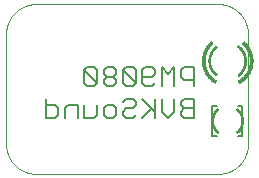
<source format=gbo>
G75*
%MOIN*%
%OFA0B0*%
%FSLAX26Y26*%
%IPPOS*%
%LPD*%
%AMOC8*
5,1,8,0,0,1.08239X$1,22.5*
%
%ADD10C,0.000000*%
%ADD11C,0.006000*%
%ADD12C,0.000600*%
%ADD13C,0.001000*%
D10*
X00079921Y00025197D02*
X00688976Y00025197D01*
X00691354Y00025226D01*
X00693731Y00025312D01*
X00696105Y00025456D01*
X00698475Y00025656D01*
X00700840Y00025915D01*
X00703197Y00026230D01*
X00705547Y00026602D01*
X00707886Y00027031D01*
X00710215Y00027516D01*
X00712531Y00028057D01*
X00714833Y00028654D01*
X00717120Y00029307D01*
X00719391Y00030014D01*
X00721644Y00030777D01*
X00723878Y00031593D01*
X00726092Y00032463D01*
X00728283Y00033387D01*
X00730452Y00034363D01*
X00732597Y00035391D01*
X00734716Y00036471D01*
X00736809Y00037602D01*
X00738874Y00038783D01*
X00740909Y00040013D01*
X00742914Y00041292D01*
X00744888Y00042620D01*
X00746829Y00043995D01*
X00748736Y00045416D01*
X00750608Y00046883D01*
X00752445Y00048394D01*
X00754244Y00049950D01*
X00756005Y00051548D01*
X00757727Y00053189D01*
X00759409Y00054871D01*
X00761050Y00056593D01*
X00762648Y00058354D01*
X00764204Y00060153D01*
X00765715Y00061990D01*
X00767182Y00063862D01*
X00768603Y00065769D01*
X00769978Y00067710D01*
X00771306Y00069684D01*
X00772585Y00071689D01*
X00773815Y00073724D01*
X00774996Y00075789D01*
X00776127Y00077882D01*
X00777207Y00080001D01*
X00778235Y00082146D01*
X00779211Y00084315D01*
X00780135Y00086506D01*
X00781005Y00088720D01*
X00781821Y00090954D01*
X00782584Y00093207D01*
X00783291Y00095478D01*
X00783944Y00097765D01*
X00784541Y00100067D01*
X00785082Y00102383D01*
X00785567Y00104712D01*
X00785996Y00107051D01*
X00786368Y00109401D01*
X00786683Y00111758D01*
X00786942Y00114123D01*
X00787142Y00116493D01*
X00787286Y00118867D01*
X00787372Y00121244D01*
X00787401Y00123622D01*
X00787402Y00123622D02*
X00787402Y00492126D01*
X00787401Y00492126D02*
X00787372Y00494504D01*
X00787286Y00496881D01*
X00787142Y00499255D01*
X00786942Y00501625D01*
X00786683Y00503990D01*
X00786368Y00506347D01*
X00785996Y00508697D01*
X00785567Y00511036D01*
X00785082Y00513365D01*
X00784541Y00515681D01*
X00783944Y00517983D01*
X00783291Y00520270D01*
X00782584Y00522541D01*
X00781821Y00524794D01*
X00781005Y00527028D01*
X00780135Y00529242D01*
X00779211Y00531433D01*
X00778235Y00533602D01*
X00777207Y00535747D01*
X00776127Y00537866D01*
X00774996Y00539959D01*
X00773815Y00542024D01*
X00772585Y00544059D01*
X00771306Y00546064D01*
X00769978Y00548038D01*
X00768603Y00549979D01*
X00767182Y00551886D01*
X00765715Y00553758D01*
X00764204Y00555595D01*
X00762648Y00557394D01*
X00761050Y00559155D01*
X00759409Y00560877D01*
X00757727Y00562559D01*
X00756005Y00564200D01*
X00754244Y00565798D01*
X00752445Y00567354D01*
X00750608Y00568865D01*
X00748736Y00570332D01*
X00746829Y00571753D01*
X00744888Y00573128D01*
X00742914Y00574456D01*
X00740909Y00575735D01*
X00738874Y00576965D01*
X00736809Y00578146D01*
X00734716Y00579277D01*
X00732597Y00580357D01*
X00730452Y00581385D01*
X00728283Y00582361D01*
X00726092Y00583285D01*
X00723878Y00584155D01*
X00721644Y00584971D01*
X00719391Y00585734D01*
X00717120Y00586441D01*
X00714833Y00587094D01*
X00712531Y00587691D01*
X00710215Y00588232D01*
X00707886Y00588717D01*
X00705547Y00589146D01*
X00703197Y00589518D01*
X00700840Y00589833D01*
X00698475Y00590092D01*
X00696105Y00590292D01*
X00693731Y00590436D01*
X00691354Y00590522D01*
X00688976Y00590551D01*
X00079921Y00590551D01*
X00077543Y00590522D01*
X00075166Y00590436D01*
X00072792Y00590292D01*
X00070422Y00590092D01*
X00068057Y00589833D01*
X00065700Y00589518D01*
X00063350Y00589146D01*
X00061011Y00588717D01*
X00058682Y00588232D01*
X00056366Y00587691D01*
X00054064Y00587094D01*
X00051777Y00586441D01*
X00049506Y00585734D01*
X00047253Y00584971D01*
X00045019Y00584155D01*
X00042805Y00583285D01*
X00040614Y00582361D01*
X00038445Y00581385D01*
X00036300Y00580357D01*
X00034181Y00579277D01*
X00032088Y00578146D01*
X00030023Y00576965D01*
X00027988Y00575735D01*
X00025983Y00574456D01*
X00024009Y00573128D01*
X00022068Y00571753D01*
X00020161Y00570332D01*
X00018289Y00568865D01*
X00016452Y00567354D01*
X00014653Y00565798D01*
X00012892Y00564200D01*
X00011170Y00562559D01*
X00009488Y00560877D01*
X00007847Y00559155D01*
X00006249Y00557394D01*
X00004693Y00555595D01*
X00003182Y00553758D01*
X00001715Y00551886D01*
X00000294Y00549979D01*
X-00001081Y00548038D01*
X-00002409Y00546064D01*
X-00003688Y00544059D01*
X-00004918Y00542024D01*
X-00006099Y00539959D01*
X-00007230Y00537866D01*
X-00008310Y00535747D01*
X-00009338Y00533602D01*
X-00010314Y00531433D01*
X-00011238Y00529242D01*
X-00012108Y00527028D01*
X-00012924Y00524794D01*
X-00013687Y00522541D01*
X-00014394Y00520270D01*
X-00015047Y00517983D01*
X-00015644Y00515681D01*
X-00016185Y00513365D01*
X-00016670Y00511036D01*
X-00017099Y00508697D01*
X-00017471Y00506347D01*
X-00017786Y00503990D01*
X-00018045Y00501625D01*
X-00018245Y00499255D01*
X-00018389Y00496881D01*
X-00018475Y00494504D01*
X-00018504Y00492126D01*
X-00018504Y00123622D01*
X-00018475Y00121244D01*
X-00018389Y00118867D01*
X-00018245Y00116493D01*
X-00018045Y00114123D01*
X-00017786Y00111758D01*
X-00017471Y00109401D01*
X-00017099Y00107051D01*
X-00016670Y00104712D01*
X-00016185Y00102383D01*
X-00015644Y00100067D01*
X-00015047Y00097765D01*
X-00014394Y00095478D01*
X-00013687Y00093207D01*
X-00012924Y00090954D01*
X-00012108Y00088720D01*
X-00011238Y00086506D01*
X-00010314Y00084315D01*
X-00009338Y00082146D01*
X-00008310Y00080001D01*
X-00007230Y00077882D01*
X-00006099Y00075789D01*
X-00004918Y00073724D01*
X-00003688Y00071689D01*
X-00002409Y00069684D01*
X-00001081Y00067710D01*
X00000294Y00065769D01*
X00001715Y00063862D01*
X00003182Y00061990D01*
X00004693Y00060153D01*
X00006249Y00058354D01*
X00007847Y00056593D01*
X00009488Y00054871D01*
X00011170Y00053189D01*
X00012892Y00051548D01*
X00014653Y00049950D01*
X00016452Y00048394D01*
X00018289Y00046883D01*
X00020161Y00045416D01*
X00022068Y00043995D01*
X00024009Y00042620D01*
X00025983Y00041292D01*
X00027988Y00040013D01*
X00030023Y00038783D01*
X00032088Y00037602D01*
X00034181Y00036471D01*
X00036300Y00035391D01*
X00038445Y00034363D01*
X00040614Y00033387D01*
X00042805Y00032463D01*
X00045019Y00031593D01*
X00047253Y00030777D01*
X00049506Y00030014D01*
X00051777Y00029307D01*
X00054064Y00028654D01*
X00056366Y00028057D01*
X00058682Y00027516D01*
X00061011Y00027031D01*
X00063350Y00026602D01*
X00065700Y00026230D01*
X00068057Y00025915D01*
X00070422Y00025656D01*
X00072792Y00025456D01*
X00075166Y00025312D01*
X00077543Y00025226D01*
X00079921Y00025197D01*
D11*
X00112955Y00211150D02*
X00144982Y00211150D01*
X00155658Y00221825D01*
X00155658Y00243177D01*
X00144982Y00253853D01*
X00112955Y00253853D01*
X00112955Y00275204D02*
X00112955Y00211150D01*
X00177410Y00211150D02*
X00177410Y00243177D01*
X00188085Y00253853D01*
X00220113Y00253853D01*
X00220113Y00211150D01*
X00241865Y00211150D02*
X00241865Y00253853D01*
X00284568Y00253853D02*
X00284568Y00221825D01*
X00273892Y00211150D01*
X00241865Y00211150D01*
X00306320Y00221825D02*
X00306320Y00243177D01*
X00316995Y00253853D01*
X00338347Y00253853D01*
X00349023Y00243177D01*
X00349023Y00221825D01*
X00338347Y00211150D01*
X00316995Y00211150D01*
X00306320Y00221825D01*
X00370774Y00221825D02*
X00381450Y00211150D01*
X00402802Y00211150D01*
X00413478Y00221825D01*
X00402802Y00243177D02*
X00381450Y00243177D01*
X00370774Y00232501D01*
X00370774Y00221825D01*
X00402802Y00243177D02*
X00413478Y00253853D01*
X00413478Y00264529D01*
X00402802Y00275204D01*
X00381450Y00275204D01*
X00370774Y00264529D01*
X00381450Y00316150D02*
X00402802Y00316150D01*
X00413478Y00326825D01*
X00370774Y00369529D01*
X00370774Y00326825D01*
X00381450Y00316150D01*
X00413478Y00326825D02*
X00413478Y00369529D01*
X00402802Y00380204D01*
X00381450Y00380204D01*
X00370774Y00369529D01*
X00349023Y00369529D02*
X00349023Y00358853D01*
X00338347Y00348177D01*
X00316995Y00348177D01*
X00306320Y00337501D01*
X00306320Y00326825D01*
X00316995Y00316150D01*
X00338347Y00316150D01*
X00349023Y00326825D01*
X00349023Y00337501D01*
X00338347Y00348177D01*
X00349023Y00369529D02*
X00338347Y00380204D01*
X00316995Y00380204D01*
X00306320Y00369529D01*
X00306320Y00358853D01*
X00316995Y00348177D01*
X00284568Y00326825D02*
X00284568Y00369529D01*
X00273892Y00380204D01*
X00252540Y00380204D01*
X00241865Y00369529D01*
X00284568Y00326825D01*
X00273892Y00316150D01*
X00252540Y00316150D01*
X00241865Y00326825D01*
X00241865Y00369529D01*
X00435229Y00369529D02*
X00435229Y00326825D01*
X00445905Y00316150D01*
X00467257Y00316150D01*
X00477933Y00326825D01*
X00499684Y00316150D02*
X00499684Y00380204D01*
X00521036Y00358853D01*
X00542388Y00380204D01*
X00542388Y00316150D01*
X00564139Y00348177D02*
X00574815Y00337501D01*
X00606843Y00337501D01*
X00606843Y00316150D02*
X00606843Y00380204D01*
X00574815Y00380204D01*
X00564139Y00369529D01*
X00564139Y00348177D01*
X00574815Y00275204D02*
X00564139Y00264529D01*
X00564139Y00253853D01*
X00574815Y00243177D01*
X00606843Y00243177D01*
X00606843Y00275204D02*
X00574815Y00275204D01*
X00574815Y00243177D02*
X00564139Y00232501D01*
X00564139Y00221825D01*
X00574815Y00211150D01*
X00606843Y00211150D01*
X00606843Y00275204D01*
X00668307Y00252165D02*
X00683307Y00252165D01*
X00668307Y00252165D02*
X00668307Y00152165D01*
X00683307Y00152165D01*
X00753307Y00152165D02*
X00768307Y00152165D01*
X00768307Y00252165D01*
X00753307Y00252165D01*
X00542388Y00232501D02*
X00521036Y00211150D01*
X00499684Y00232501D01*
X00499684Y00275204D01*
X00477933Y00275204D02*
X00477933Y00211150D01*
X00477933Y00232501D02*
X00435229Y00275204D01*
X00467257Y00243177D02*
X00435229Y00211150D01*
X00542388Y00232501D02*
X00542388Y00275204D01*
X00467257Y00348177D02*
X00435229Y00348177D01*
X00435229Y00369529D02*
X00445905Y00380204D01*
X00467257Y00380204D01*
X00477933Y00369529D01*
X00477933Y00358853D01*
X00467257Y00348177D01*
D12*
X00781006Y00402465D02*
X00775606Y00402465D01*
X00775582Y00403846D01*
X00775525Y00405226D01*
X00775435Y00406604D01*
X00775311Y00407980D01*
X00775154Y00409352D01*
X00774965Y00410720D01*
X00774742Y00412083D01*
X00774486Y00413441D01*
X00774198Y00414791D01*
X00773878Y00416135D01*
X00773525Y00417470D01*
X00773140Y00418796D01*
X00772723Y00420113D01*
X00772275Y00421419D01*
X00771795Y00422715D01*
X00771284Y00423998D01*
X00770743Y00425268D01*
X00770170Y00426525D01*
X00769568Y00427768D01*
X00768936Y00428996D01*
X00768275Y00430209D01*
X00767584Y00431405D01*
X00766865Y00432584D01*
X00766118Y00433746D01*
X00765343Y00434889D01*
X00764541Y00436013D01*
X00763711Y00437117D01*
X00762856Y00438202D01*
X00761974Y00439265D01*
X00761067Y00440306D01*
X00760136Y00441326D01*
X00759180Y00442323D01*
X00758200Y00443296D01*
X00757197Y00444246D01*
X00756171Y00445171D01*
X00755124Y00446071D01*
X00754055Y00446945D01*
X00752965Y00447794D01*
X00751855Y00448616D01*
X00754994Y00453010D01*
X00756210Y00452110D01*
X00757404Y00451182D01*
X00758575Y00450224D01*
X00759723Y00449239D01*
X00760846Y00448226D01*
X00761945Y00447186D01*
X00763019Y00446120D01*
X00764066Y00445029D01*
X00765087Y00443912D01*
X00766081Y00442772D01*
X00767046Y00441607D01*
X00767984Y00440420D01*
X00768892Y00439210D01*
X00769771Y00437979D01*
X00770620Y00436727D01*
X00771439Y00435455D01*
X00772226Y00434164D01*
X00772983Y00432854D01*
X00773707Y00431526D01*
X00774399Y00430181D01*
X00775059Y00428819D01*
X00775686Y00427442D01*
X00776279Y00426051D01*
X00776838Y00424645D01*
X00777363Y00423227D01*
X00777854Y00421796D01*
X00778311Y00420353D01*
X00778732Y00418901D01*
X00779118Y00417438D01*
X00779469Y00415966D01*
X00779784Y00414487D01*
X00780064Y00413000D01*
X00780307Y00411507D01*
X00780514Y00410009D01*
X00780685Y00408506D01*
X00780820Y00406999D01*
X00780919Y00405489D01*
X00780981Y00403978D01*
X00781006Y00402465D01*
X00780437Y00402465D01*
X00780412Y00403964D01*
X00780350Y00405462D01*
X00780253Y00406957D01*
X00780119Y00408450D01*
X00779950Y00409940D01*
X00779744Y00411424D01*
X00779503Y00412904D01*
X00779226Y00414377D01*
X00778914Y00415843D01*
X00778566Y00417301D01*
X00778183Y00418750D01*
X00777766Y00420189D01*
X00777314Y00421618D01*
X00776827Y00423036D01*
X00776307Y00424442D01*
X00775752Y00425834D01*
X00775165Y00427213D01*
X00774544Y00428577D01*
X00773890Y00429926D01*
X00773205Y00431259D01*
X00772487Y00432575D01*
X00771737Y00433873D01*
X00770957Y00435153D01*
X00770146Y00436413D01*
X00769305Y00437654D01*
X00768434Y00438873D01*
X00767533Y00440072D01*
X00766605Y00441248D01*
X00765648Y00442402D01*
X00764663Y00443532D01*
X00763652Y00444639D01*
X00762614Y00445720D01*
X00761551Y00446776D01*
X00760462Y00447806D01*
X00759349Y00448810D01*
X00758211Y00449786D01*
X00757051Y00450735D01*
X00755868Y00451656D01*
X00754663Y00452547D01*
X00754333Y00452084D01*
X00755526Y00451201D01*
X00756698Y00450289D01*
X00757848Y00449349D01*
X00758974Y00448381D01*
X00760077Y00447387D01*
X00761156Y00446366D01*
X00762210Y00445320D01*
X00763238Y00444248D01*
X00764240Y00443152D01*
X00765215Y00442033D01*
X00766163Y00440890D01*
X00767083Y00439724D01*
X00767975Y00438537D01*
X00768838Y00437328D01*
X00769671Y00436099D01*
X00770475Y00434850D01*
X00771248Y00433582D01*
X00771991Y00432296D01*
X00772702Y00430993D01*
X00773381Y00429672D01*
X00774029Y00428336D01*
X00774644Y00426984D01*
X00775226Y00425618D01*
X00775775Y00424238D01*
X00776291Y00422846D01*
X00776773Y00421441D01*
X00777221Y00420025D01*
X00777635Y00418599D01*
X00778014Y00417163D01*
X00778358Y00415719D01*
X00778668Y00414266D01*
X00778942Y00412807D01*
X00779181Y00411341D01*
X00779385Y00409870D01*
X00779553Y00408395D01*
X00779685Y00406916D01*
X00779782Y00405434D01*
X00779843Y00403950D01*
X00779868Y00402465D01*
X00779299Y00402465D01*
X00779274Y00403936D01*
X00779214Y00405406D01*
X00779118Y00406874D01*
X00778987Y00408339D01*
X00778820Y00409801D01*
X00778618Y00411258D01*
X00778381Y00412710D01*
X00778109Y00414156D01*
X00777803Y00415595D01*
X00777462Y00417026D01*
X00777086Y00418448D01*
X00776676Y00419861D01*
X00776232Y00421264D01*
X00775755Y00422655D01*
X00775244Y00424035D01*
X00774700Y00425402D01*
X00774123Y00426755D01*
X00773514Y00428094D01*
X00772872Y00429418D01*
X00772199Y00430726D01*
X00771495Y00432018D01*
X00770759Y00433292D01*
X00769993Y00434548D01*
X00769197Y00435785D01*
X00768371Y00437002D01*
X00767517Y00438200D01*
X00766633Y00439376D01*
X00765722Y00440531D01*
X00764782Y00441663D01*
X00763816Y00442772D01*
X00762824Y00443858D01*
X00761805Y00444920D01*
X00760761Y00445956D01*
X00759693Y00446968D01*
X00758600Y00447953D01*
X00757484Y00448911D01*
X00756345Y00449842D01*
X00755184Y00450746D01*
X00754002Y00451621D01*
X00753671Y00451158D01*
X00754842Y00450291D01*
X00755992Y00449396D01*
X00757120Y00448474D01*
X00758226Y00447524D01*
X00759308Y00446548D01*
X00760367Y00445547D01*
X00761401Y00444520D01*
X00762410Y00443468D01*
X00763393Y00442393D01*
X00764350Y00441294D01*
X00765280Y00440172D01*
X00766183Y00439028D01*
X00767058Y00437863D01*
X00767905Y00436677D01*
X00768723Y00435471D01*
X00769511Y00434245D01*
X00770270Y00433001D01*
X00770998Y00431739D01*
X00771696Y00430460D01*
X00772363Y00429164D01*
X00772999Y00427852D01*
X00773602Y00426526D01*
X00774174Y00425185D01*
X00774713Y00423831D01*
X00775219Y00422465D01*
X00775692Y00421087D01*
X00776131Y00419697D01*
X00776537Y00418298D01*
X00776909Y00416889D01*
X00777247Y00415471D01*
X00777551Y00414046D01*
X00777821Y00412614D01*
X00778055Y00411175D01*
X00778255Y00409732D01*
X00778420Y00408284D01*
X00778550Y00406833D01*
X00778645Y00405378D01*
X00778705Y00403922D01*
X00778730Y00402465D01*
X00778161Y00402465D01*
X00778137Y00403909D01*
X00778077Y00405351D01*
X00777983Y00406791D01*
X00777854Y00408229D01*
X00777690Y00409663D01*
X00777492Y00411093D01*
X00777260Y00412517D01*
X00776993Y00413936D01*
X00776692Y00415347D01*
X00776357Y00416751D01*
X00775989Y00418147D01*
X00775586Y00419533D01*
X00775151Y00420909D01*
X00774682Y00422274D01*
X00774181Y00423628D01*
X00773647Y00424969D01*
X00773081Y00426297D01*
X00772483Y00427611D01*
X00771854Y00428910D01*
X00771194Y00430193D01*
X00770502Y00431460D01*
X00769781Y00432710D01*
X00769029Y00433943D01*
X00768248Y00435156D01*
X00767438Y00436351D01*
X00766599Y00437526D01*
X00765733Y00438680D01*
X00764838Y00439813D01*
X00763917Y00440924D01*
X00762969Y00442013D01*
X00761995Y00443078D01*
X00760996Y00444119D01*
X00759972Y00445137D01*
X00758924Y00446129D01*
X00757852Y00447095D01*
X00756757Y00448036D01*
X00755639Y00448950D01*
X00754500Y00449836D01*
X00753340Y00450695D01*
X00753010Y00450232D01*
X00754159Y00449382D01*
X00755287Y00448503D01*
X00756393Y00447598D01*
X00757477Y00446667D01*
X00758539Y00445709D01*
X00759577Y00444727D01*
X00760592Y00443719D01*
X00761581Y00442688D01*
X00762546Y00441633D01*
X00763484Y00440555D01*
X00764397Y00439454D01*
X00765283Y00438332D01*
X00766141Y00437189D01*
X00766972Y00436025D01*
X00767774Y00434842D01*
X00768547Y00433640D01*
X00769292Y00432420D01*
X00770006Y00431181D01*
X00770691Y00429927D01*
X00771345Y00428655D01*
X00771968Y00427369D01*
X00772560Y00426068D01*
X00773121Y00424753D01*
X00773650Y00423425D01*
X00774146Y00422084D01*
X00774610Y00420732D01*
X00775042Y00419369D01*
X00775440Y00417996D01*
X00775805Y00416614D01*
X00776137Y00415223D01*
X00776435Y00413825D01*
X00776699Y00412420D01*
X00776929Y00411010D01*
X00777126Y00409594D01*
X00777288Y00408173D01*
X00777415Y00406749D01*
X00777509Y00405323D01*
X00777568Y00403895D01*
X00777592Y00402465D01*
X00777023Y00402465D01*
X00776999Y00403881D01*
X00776940Y00405295D01*
X00776848Y00406708D01*
X00776721Y00408118D01*
X00776561Y00409524D01*
X00776366Y00410927D01*
X00776138Y00412324D01*
X00775877Y00413715D01*
X00775581Y00415100D01*
X00775253Y00416477D01*
X00774891Y00417845D01*
X00774497Y00419205D01*
X00774070Y00420555D01*
X00773610Y00421894D01*
X00773118Y00423221D01*
X00772595Y00424536D01*
X00772040Y00425839D01*
X00771453Y00427127D01*
X00770836Y00428401D01*
X00770188Y00429660D01*
X00769510Y00430903D01*
X00768803Y00432129D01*
X00768065Y00433337D01*
X00767299Y00434528D01*
X00766505Y00435700D01*
X00765682Y00436852D01*
X00764832Y00437984D01*
X00763955Y00439095D01*
X00763052Y00440185D01*
X00762122Y00441253D01*
X00761167Y00442298D01*
X00760187Y00443319D01*
X00759183Y00444317D01*
X00758155Y00445290D01*
X00757103Y00446238D01*
X00756029Y00447161D01*
X00754934Y00448057D01*
X00753817Y00448927D01*
X00752679Y00449769D01*
X00752348Y00449306D01*
X00753475Y00448472D01*
X00754581Y00447611D01*
X00755666Y00446723D01*
X00756729Y00445810D01*
X00757770Y00444871D01*
X00758788Y00443907D01*
X00759782Y00442919D01*
X00760753Y00441907D01*
X00761699Y00440873D01*
X00762619Y00439815D01*
X00763514Y00438736D01*
X00764382Y00437636D01*
X00765224Y00436515D01*
X00766038Y00435374D01*
X00766825Y00434214D01*
X00767584Y00433035D01*
X00768313Y00431838D01*
X00769014Y00430624D01*
X00769685Y00429393D01*
X00770327Y00428147D01*
X00770938Y00426886D01*
X00771519Y00425610D01*
X00772068Y00424320D01*
X00772587Y00423018D01*
X00773074Y00421703D01*
X00773529Y00420377D01*
X00773952Y00419041D01*
X00774343Y00417695D01*
X00774701Y00416339D01*
X00775026Y00414976D01*
X00775318Y00413605D01*
X00775578Y00412227D01*
X00775804Y00410844D01*
X00775996Y00409455D01*
X00776155Y00408062D01*
X00776280Y00406666D01*
X00776372Y00405268D01*
X00776430Y00403867D01*
X00776454Y00402465D01*
X00775885Y00402465D01*
X00775861Y00403853D01*
X00775804Y00405240D01*
X00775713Y00406625D01*
X00775589Y00408007D01*
X00775431Y00409386D01*
X00775241Y00410761D01*
X00775017Y00412131D01*
X00774760Y00413495D01*
X00774471Y00414852D01*
X00774149Y00416202D01*
X00773794Y00417544D01*
X00773407Y00418877D01*
X00772988Y00420200D01*
X00772538Y00421513D01*
X00772056Y00422814D01*
X00771542Y00424104D01*
X00770998Y00425381D01*
X00770423Y00426644D01*
X00769818Y00427893D01*
X00769183Y00429127D01*
X00768518Y00430345D01*
X00767824Y00431547D01*
X00767102Y00432732D01*
X00766351Y00433900D01*
X00765572Y00435048D01*
X00764765Y00436178D01*
X00763932Y00437288D01*
X00763072Y00438377D01*
X00762186Y00439446D01*
X00761275Y00440493D01*
X00760339Y00441517D01*
X00759378Y00442519D01*
X00758393Y00443497D01*
X00757385Y00444451D01*
X00756355Y00445381D01*
X00755302Y00446285D01*
X00754228Y00447164D01*
X00753133Y00448017D01*
X00752018Y00448843D01*
X00655608Y00401866D02*
X00661008Y00401866D01*
X00661032Y00400473D01*
X00661090Y00399082D01*
X00661182Y00397692D01*
X00661308Y00396305D01*
X00661467Y00394922D01*
X00661660Y00393542D01*
X00661886Y00392168D01*
X00662146Y00390800D01*
X00662438Y00389438D01*
X00662764Y00388084D01*
X00663123Y00386738D01*
X00663514Y00385402D01*
X00663938Y00384075D01*
X00664394Y00382759D01*
X00664881Y00381455D01*
X00665400Y00380162D01*
X00665951Y00378883D01*
X00666532Y00377617D01*
X00667144Y00376366D01*
X00667786Y00375131D01*
X00668458Y00373911D01*
X00669159Y00372708D01*
X00669890Y00371522D01*
X00670649Y00370354D01*
X00671436Y00369205D01*
X00672251Y00368076D01*
X00673093Y00366967D01*
X00673962Y00365878D01*
X00674857Y00364811D01*
X00675778Y00363766D01*
X00676723Y00362744D01*
X00677694Y00361745D01*
X00678688Y00360770D01*
X00679706Y00359819D01*
X00680747Y00358894D01*
X00681809Y00357994D01*
X00682894Y00357120D01*
X00679579Y00352857D01*
X00679578Y00352857D01*
X00678390Y00353814D01*
X00677226Y00354799D01*
X00676086Y00355812D01*
X00674970Y00356853D01*
X00673881Y00357921D01*
X00672818Y00359015D01*
X00671781Y00360134D01*
X00670773Y00361279D01*
X00669792Y00362447D01*
X00668840Y00363639D01*
X00667917Y00364854D01*
X00667025Y00366091D01*
X00666162Y00367349D01*
X00665331Y00368628D01*
X00664530Y00369927D01*
X00663762Y00371245D01*
X00663026Y00372581D01*
X00662323Y00373934D01*
X00661652Y00375305D01*
X00661016Y00376691D01*
X00660413Y00378092D01*
X00659844Y00379508D01*
X00659310Y00380937D01*
X00658811Y00382378D01*
X00658348Y00383832D01*
X00657919Y00385296D01*
X00657527Y00386770D01*
X00657170Y00388253D01*
X00656850Y00389744D01*
X00656566Y00391243D01*
X00656318Y00392748D01*
X00656108Y00394259D01*
X00655934Y00395775D01*
X00655797Y00397294D01*
X00655697Y00398816D01*
X00655634Y00400340D01*
X00655608Y00401866D01*
X00656177Y00401866D01*
X00656202Y00400354D01*
X00656265Y00398844D01*
X00656364Y00397336D01*
X00656500Y00395831D01*
X00656672Y00394329D01*
X00656881Y00392832D01*
X00657126Y00391341D01*
X00657408Y00389856D01*
X00657725Y00388378D01*
X00658079Y00386908D01*
X00658468Y00385448D01*
X00658892Y00383997D01*
X00659351Y00382557D01*
X00659846Y00381129D01*
X00660375Y00379713D01*
X00660938Y00378310D01*
X00661536Y00376922D01*
X00662166Y00375548D01*
X00662831Y00374191D01*
X00663527Y00372849D01*
X00664257Y00371526D01*
X00665018Y00370220D01*
X00665811Y00368933D01*
X00666635Y00367666D01*
X00667489Y00366419D01*
X00668374Y00365194D01*
X00669288Y00363990D01*
X00670231Y00362809D01*
X00671203Y00361651D01*
X00672202Y00360517D01*
X00673229Y00359408D01*
X00674283Y00358324D01*
X00675362Y00357266D01*
X00676467Y00356235D01*
X00677597Y00355231D01*
X00678751Y00354254D01*
X00679928Y00353306D01*
X00680277Y00353755D01*
X00679111Y00354695D01*
X00677968Y00355662D01*
X00676849Y00356657D01*
X00675754Y00357679D01*
X00674684Y00358727D01*
X00673641Y00359801D01*
X00672624Y00360900D01*
X00671633Y00362023D01*
X00670671Y00363170D01*
X00669736Y00364340D01*
X00668831Y00365533D01*
X00667954Y00366747D01*
X00667108Y00367982D01*
X00666291Y00369238D01*
X00665506Y00370513D01*
X00664752Y00371806D01*
X00664029Y00373118D01*
X00663339Y00374447D01*
X00662681Y00375792D01*
X00662056Y00377153D01*
X00661464Y00378528D01*
X00660906Y00379918D01*
X00660382Y00381321D01*
X00659892Y00382736D01*
X00659436Y00384162D01*
X00659016Y00385600D01*
X00658630Y00387047D01*
X00658280Y00388503D01*
X00657966Y00389967D01*
X00657687Y00391438D01*
X00657444Y00392916D01*
X00657237Y00394399D01*
X00657066Y00395887D01*
X00656931Y00397378D01*
X00656833Y00398872D01*
X00656771Y00400368D01*
X00656746Y00401866D01*
X00657315Y00401866D01*
X00657340Y00400382D01*
X00657401Y00398900D01*
X00657499Y00397420D01*
X00657632Y00395942D01*
X00657802Y00394469D01*
X00658007Y00392999D01*
X00658248Y00391536D01*
X00658524Y00390078D01*
X00658836Y00388628D01*
X00659182Y00387185D01*
X00659564Y00385752D01*
X00659981Y00384328D01*
X00660432Y00382915D01*
X00660917Y00381513D01*
X00661436Y00380123D01*
X00661989Y00378747D01*
X00662576Y00377384D01*
X00663195Y00376036D01*
X00663847Y00374703D01*
X00664531Y00373387D01*
X00665246Y00372087D01*
X00665994Y00370806D01*
X00666772Y00369543D01*
X00667580Y00368299D01*
X00668419Y00367075D01*
X00669287Y00365872D01*
X00670185Y00364691D01*
X00671110Y00363532D01*
X00672064Y00362395D01*
X00673045Y00361282D01*
X00674052Y00360194D01*
X00675086Y00359130D01*
X00676146Y00358091D01*
X00677230Y00357079D01*
X00678339Y00356093D01*
X00679471Y00355135D01*
X00680626Y00354204D01*
X00680976Y00354654D01*
X00679831Y00355575D01*
X00678710Y00356525D01*
X00677612Y00357501D01*
X00676537Y00358504D01*
X00675488Y00359533D01*
X00674464Y00360587D01*
X00673466Y00361665D01*
X00672494Y00362768D01*
X00671550Y00363893D01*
X00670633Y00365042D01*
X00669744Y00366212D01*
X00668884Y00367404D01*
X00668053Y00368616D01*
X00667252Y00369848D01*
X00666481Y00371099D01*
X00665741Y00372368D01*
X00665032Y00373655D01*
X00664355Y00374959D01*
X00663709Y00376279D01*
X00663096Y00377615D01*
X00662515Y00378965D01*
X00661967Y00380328D01*
X00661453Y00381705D01*
X00660972Y00383093D01*
X00660525Y00384493D01*
X00660112Y00385904D01*
X00659734Y00387324D01*
X00659391Y00388753D01*
X00659082Y00390189D01*
X00658808Y00391633D01*
X00658570Y00393083D01*
X00658366Y00394538D01*
X00658199Y00395998D01*
X00658066Y00397462D01*
X00657970Y00398928D01*
X00657909Y00400396D01*
X00657884Y00401866D01*
X00658453Y00401866D01*
X00658478Y00400410D01*
X00658538Y00398956D01*
X00658634Y00397504D01*
X00658765Y00396054D01*
X00658931Y00394608D01*
X00659132Y00393167D01*
X00659369Y00391730D01*
X00659640Y00390300D01*
X00659946Y00388877D01*
X00660286Y00387462D01*
X00660661Y00386056D01*
X00661070Y00384659D01*
X00661512Y00383272D01*
X00661988Y00381897D01*
X00662498Y00380533D01*
X00663040Y00379183D01*
X00663616Y00377846D01*
X00664223Y00376523D01*
X00664863Y00375216D01*
X00665534Y00373924D01*
X00666236Y00372649D01*
X00666969Y00371392D01*
X00667733Y00370153D01*
X00668526Y00368932D01*
X00669349Y00367732D01*
X00670201Y00366551D01*
X00671081Y00365392D01*
X00671989Y00364255D01*
X00672924Y00363140D01*
X00673887Y00362048D01*
X00674875Y00360980D01*
X00675890Y00359936D01*
X00676929Y00358917D01*
X00677993Y00357923D01*
X00679081Y00356956D01*
X00680192Y00356016D01*
X00681325Y00355103D01*
X00681674Y00355552D01*
X00680552Y00356456D01*
X00679452Y00357388D01*
X00678374Y00358346D01*
X00677321Y00359329D01*
X00676292Y00360339D01*
X00675287Y00361373D01*
X00674308Y00362431D01*
X00673355Y00363512D01*
X00672428Y00364616D01*
X00671529Y00365743D01*
X00670657Y00366891D01*
X00669814Y00368060D01*
X00668999Y00369249D01*
X00668213Y00370458D01*
X00667457Y00371685D01*
X00666731Y00372930D01*
X00666035Y00374193D01*
X00665371Y00375472D01*
X00664737Y00376767D01*
X00664136Y00378077D01*
X00663566Y00379401D01*
X00663029Y00380739D01*
X00662524Y00382089D01*
X00662052Y00383451D01*
X00661614Y00384824D01*
X00661209Y00386208D01*
X00660838Y00387601D01*
X00660501Y00389002D01*
X00660198Y00390412D01*
X00659929Y00391828D01*
X00659695Y00393250D01*
X00659496Y00394678D01*
X00659331Y00396110D01*
X00659201Y00397546D01*
X00659106Y00398984D01*
X00659047Y00400424D01*
X00659022Y00401866D01*
X00659591Y00401866D01*
X00659615Y00400438D01*
X00659675Y00399012D01*
X00659769Y00397588D01*
X00659897Y00396166D01*
X00660060Y00394748D01*
X00660258Y00393334D01*
X00660490Y00391925D01*
X00660756Y00390523D01*
X00661056Y00389127D01*
X00661390Y00387739D01*
X00661757Y00386360D01*
X00662158Y00384990D01*
X00662593Y00383630D01*
X00663060Y00382281D01*
X00663559Y00380944D01*
X00664091Y00379619D01*
X00664656Y00378308D01*
X00665251Y00377011D01*
X00665879Y00375728D01*
X00666537Y00374461D01*
X00667226Y00373211D01*
X00667945Y00371978D01*
X00668693Y00370762D01*
X00669472Y00369566D01*
X00670278Y00368388D01*
X00671114Y00367230D01*
X00671977Y00366094D01*
X00672868Y00364978D01*
X00673785Y00363884D01*
X00674729Y00362813D01*
X00675699Y00361765D01*
X00676693Y00360742D01*
X00677713Y00359742D01*
X00678756Y00358768D01*
X00679823Y00357819D01*
X00680912Y00356897D01*
X00682024Y00356001D01*
X00682373Y00356450D01*
X00681272Y00357337D01*
X00680194Y00358251D01*
X00679137Y00359190D01*
X00678104Y00360155D01*
X00677095Y00361144D01*
X00676110Y00362158D01*
X00675150Y00363196D01*
X00674216Y00364256D01*
X00673307Y00365339D01*
X00672425Y00366444D01*
X00671570Y00367570D01*
X00670743Y00368716D01*
X00669944Y00369882D01*
X00669174Y00371067D01*
X00668432Y00372271D01*
X00667721Y00373492D01*
X00667038Y00374730D01*
X00666387Y00375984D01*
X00665766Y00377254D01*
X00665176Y00378539D01*
X00664617Y00379837D01*
X00664090Y00381149D01*
X00663595Y00382473D01*
X00663133Y00383809D01*
X00662703Y00385155D01*
X00662306Y00386512D01*
X00661942Y00387878D01*
X00661611Y00389252D01*
X00661314Y00390634D01*
X00661051Y00392023D01*
X00660821Y00393418D01*
X00660625Y00394818D01*
X00660464Y00396222D01*
X00660336Y00397630D01*
X00660243Y00399040D01*
X00660184Y00400452D01*
X00660160Y00401866D01*
X00660729Y00401866D01*
X00660753Y00400466D01*
X00660811Y00399068D01*
X00660904Y00397672D01*
X00661030Y00396278D01*
X00661190Y00394887D01*
X00661384Y00393501D01*
X00661611Y00392120D01*
X00661872Y00390745D01*
X00662166Y00389377D01*
X00662494Y00388016D01*
X00662854Y00386664D01*
X00663247Y00385321D01*
X00663673Y00383988D01*
X00664131Y00382665D01*
X00664621Y00381354D01*
X00665143Y00380055D01*
X00665696Y00378770D01*
X00666280Y00377498D01*
X00666895Y00376241D01*
X00667540Y00374999D01*
X00668215Y00373773D01*
X00668920Y00372564D01*
X00669654Y00371372D01*
X00670417Y00370199D01*
X00671208Y00369044D01*
X00672027Y00367909D01*
X00672873Y00366795D01*
X00673746Y00365701D01*
X00674646Y00364629D01*
X00675571Y00363579D01*
X00676522Y00362551D01*
X00677497Y00361547D01*
X00678496Y00360568D01*
X00679519Y00359612D01*
X00680565Y00358682D01*
X00681633Y00357778D01*
X00682722Y00356899D01*
X00679579Y00451474D02*
X00682894Y00447211D01*
X00681809Y00446337D01*
X00680747Y00445437D01*
X00679706Y00444512D01*
X00678688Y00443561D01*
X00677694Y00442586D01*
X00676723Y00441587D01*
X00675778Y00440565D01*
X00674857Y00439520D01*
X00673962Y00438453D01*
X00673093Y00437364D01*
X00672251Y00436255D01*
X00671436Y00435126D01*
X00670649Y00433977D01*
X00669890Y00432809D01*
X00669159Y00431623D01*
X00668458Y00430420D01*
X00667786Y00429200D01*
X00667144Y00427965D01*
X00666532Y00426714D01*
X00665951Y00425448D01*
X00665400Y00424169D01*
X00664881Y00422876D01*
X00664394Y00421572D01*
X00663938Y00420256D01*
X00663514Y00418929D01*
X00663123Y00417593D01*
X00662764Y00416247D01*
X00662438Y00414893D01*
X00662146Y00413531D01*
X00661886Y00412163D01*
X00661660Y00410789D01*
X00661467Y00409409D01*
X00661308Y00408026D01*
X00661182Y00406639D01*
X00661090Y00405249D01*
X00661032Y00403858D01*
X00661008Y00402465D01*
X00655608Y00402465D01*
X00655634Y00403991D01*
X00655697Y00405515D01*
X00655797Y00407037D01*
X00655934Y00408556D01*
X00656108Y00410072D01*
X00656318Y00411583D01*
X00656566Y00413088D01*
X00656850Y00414587D01*
X00657170Y00416078D01*
X00657527Y00417561D01*
X00657919Y00419035D01*
X00658348Y00420499D01*
X00658811Y00421953D01*
X00659310Y00423394D01*
X00659844Y00424823D01*
X00660413Y00426239D01*
X00661016Y00427640D01*
X00661652Y00429026D01*
X00662323Y00430397D01*
X00663026Y00431750D01*
X00663762Y00433086D01*
X00664530Y00434404D01*
X00665331Y00435703D01*
X00666162Y00436982D01*
X00667025Y00438240D01*
X00667917Y00439477D01*
X00668840Y00440692D01*
X00669792Y00441884D01*
X00670773Y00443052D01*
X00671781Y00444197D01*
X00672818Y00445316D01*
X00673881Y00446410D01*
X00674970Y00447478D01*
X00676086Y00448519D01*
X00677226Y00449532D01*
X00678390Y00450517D01*
X00679578Y00451474D01*
X00679928Y00451025D01*
X00678751Y00450077D01*
X00677597Y00449100D01*
X00676467Y00448096D01*
X00675362Y00447065D01*
X00674283Y00446007D01*
X00673229Y00444923D01*
X00672202Y00443814D01*
X00671203Y00442680D01*
X00670231Y00441522D01*
X00669288Y00440341D01*
X00668374Y00439137D01*
X00667489Y00437912D01*
X00666635Y00436665D01*
X00665811Y00435398D01*
X00665018Y00434111D01*
X00664257Y00432805D01*
X00663527Y00431482D01*
X00662831Y00430140D01*
X00662166Y00428783D01*
X00661536Y00427409D01*
X00660938Y00426021D01*
X00660375Y00424618D01*
X00659846Y00423202D01*
X00659351Y00421774D01*
X00658892Y00420334D01*
X00658468Y00418883D01*
X00658079Y00417423D01*
X00657725Y00415953D01*
X00657408Y00414475D01*
X00657126Y00412990D01*
X00656881Y00411499D01*
X00656672Y00410002D01*
X00656500Y00408500D01*
X00656364Y00406995D01*
X00656265Y00405487D01*
X00656202Y00403977D01*
X00656177Y00402465D01*
X00656746Y00402465D01*
X00656771Y00403963D01*
X00656833Y00405459D01*
X00656931Y00406953D01*
X00657066Y00408444D01*
X00657237Y00409932D01*
X00657444Y00411415D01*
X00657687Y00412893D01*
X00657966Y00414364D01*
X00658280Y00415828D01*
X00658630Y00417284D01*
X00659016Y00418731D01*
X00659436Y00420169D01*
X00659892Y00421595D01*
X00660382Y00423010D01*
X00660906Y00424413D01*
X00661464Y00425803D01*
X00662056Y00427178D01*
X00662681Y00428539D01*
X00663339Y00429884D01*
X00664029Y00431213D01*
X00664752Y00432525D01*
X00665506Y00433818D01*
X00666291Y00435093D01*
X00667108Y00436349D01*
X00667954Y00437584D01*
X00668831Y00438798D01*
X00669736Y00439991D01*
X00670671Y00441161D01*
X00671633Y00442308D01*
X00672624Y00443431D01*
X00673641Y00444530D01*
X00674684Y00445604D01*
X00675754Y00446652D01*
X00676849Y00447674D01*
X00677968Y00448669D01*
X00679111Y00449636D01*
X00680277Y00450576D01*
X00680626Y00450127D01*
X00679471Y00449196D01*
X00678339Y00448238D01*
X00677230Y00447252D01*
X00676146Y00446240D01*
X00675086Y00445201D01*
X00674052Y00444137D01*
X00673045Y00443049D01*
X00672064Y00441936D01*
X00671110Y00440799D01*
X00670185Y00439640D01*
X00669287Y00438459D01*
X00668419Y00437256D01*
X00667580Y00436032D01*
X00666772Y00434788D01*
X00665994Y00433525D01*
X00665246Y00432244D01*
X00664531Y00430944D01*
X00663847Y00429628D01*
X00663195Y00428295D01*
X00662576Y00426947D01*
X00661989Y00425584D01*
X00661436Y00424208D01*
X00660917Y00422818D01*
X00660432Y00421416D01*
X00659981Y00420003D01*
X00659564Y00418579D01*
X00659182Y00417146D01*
X00658836Y00415703D01*
X00658524Y00414253D01*
X00658248Y00412795D01*
X00658007Y00411332D01*
X00657802Y00409862D01*
X00657632Y00408389D01*
X00657499Y00406911D01*
X00657401Y00405431D01*
X00657340Y00403949D01*
X00657315Y00402465D01*
X00657884Y00402465D01*
X00657909Y00403935D01*
X00657970Y00405403D01*
X00658066Y00406869D01*
X00658199Y00408333D01*
X00658366Y00409793D01*
X00658570Y00411248D01*
X00658808Y00412698D01*
X00659082Y00414142D01*
X00659391Y00415578D01*
X00659734Y00417007D01*
X00660112Y00418427D01*
X00660525Y00419838D01*
X00660972Y00421238D01*
X00661453Y00422626D01*
X00661967Y00424003D01*
X00662515Y00425366D01*
X00663096Y00426716D01*
X00663709Y00428052D01*
X00664355Y00429372D01*
X00665032Y00430676D01*
X00665741Y00431963D01*
X00666481Y00433232D01*
X00667252Y00434483D01*
X00668053Y00435715D01*
X00668884Y00436927D01*
X00669744Y00438119D01*
X00670633Y00439289D01*
X00671550Y00440438D01*
X00672494Y00441563D01*
X00673466Y00442666D01*
X00674464Y00443744D01*
X00675488Y00444798D01*
X00676537Y00445827D01*
X00677612Y00446830D01*
X00678710Y00447806D01*
X00679831Y00448756D01*
X00680976Y00449677D01*
X00681325Y00449228D01*
X00680192Y00448315D01*
X00679081Y00447375D01*
X00677993Y00446408D01*
X00676929Y00445414D01*
X00675890Y00444395D01*
X00674875Y00443351D01*
X00673887Y00442283D01*
X00672924Y00441191D01*
X00671989Y00440076D01*
X00671081Y00438939D01*
X00670201Y00437780D01*
X00669349Y00436599D01*
X00668526Y00435399D01*
X00667733Y00434178D01*
X00666969Y00432939D01*
X00666236Y00431682D01*
X00665534Y00430407D01*
X00664863Y00429115D01*
X00664223Y00427808D01*
X00663616Y00426485D01*
X00663040Y00425148D01*
X00662498Y00423798D01*
X00661988Y00422434D01*
X00661512Y00421059D01*
X00661070Y00419672D01*
X00660661Y00418275D01*
X00660286Y00416869D01*
X00659946Y00415454D01*
X00659640Y00414031D01*
X00659369Y00412601D01*
X00659132Y00411164D01*
X00658931Y00409723D01*
X00658765Y00408277D01*
X00658634Y00406827D01*
X00658538Y00405375D01*
X00658478Y00403921D01*
X00658453Y00402465D01*
X00659022Y00402465D01*
X00659047Y00403907D01*
X00659106Y00405347D01*
X00659201Y00406785D01*
X00659331Y00408221D01*
X00659496Y00409653D01*
X00659695Y00411081D01*
X00659929Y00412503D01*
X00660198Y00413919D01*
X00660501Y00415329D01*
X00660838Y00416730D01*
X00661209Y00418123D01*
X00661614Y00419507D01*
X00662052Y00420880D01*
X00662524Y00422242D01*
X00663029Y00423592D01*
X00663566Y00424930D01*
X00664136Y00426254D01*
X00664737Y00427564D01*
X00665371Y00428859D01*
X00666035Y00430138D01*
X00666731Y00431401D01*
X00667457Y00432646D01*
X00668213Y00433873D01*
X00668999Y00435082D01*
X00669814Y00436271D01*
X00670657Y00437440D01*
X00671529Y00438588D01*
X00672428Y00439715D01*
X00673355Y00440819D01*
X00674308Y00441900D01*
X00675287Y00442958D01*
X00676292Y00443992D01*
X00677321Y00445002D01*
X00678374Y00445985D01*
X00679452Y00446943D01*
X00680552Y00447875D01*
X00681674Y00448779D01*
X00682024Y00448330D01*
X00680912Y00447434D01*
X00679823Y00446512D01*
X00678756Y00445563D01*
X00677713Y00444589D01*
X00676693Y00443589D01*
X00675699Y00442566D01*
X00674729Y00441518D01*
X00673785Y00440447D01*
X00672868Y00439353D01*
X00671977Y00438237D01*
X00671114Y00437101D01*
X00670278Y00435943D01*
X00669472Y00434765D01*
X00668693Y00433569D01*
X00667945Y00432353D01*
X00667226Y00431120D01*
X00666537Y00429870D01*
X00665879Y00428603D01*
X00665251Y00427320D01*
X00664656Y00426023D01*
X00664091Y00424712D01*
X00663559Y00423387D01*
X00663060Y00422050D01*
X00662593Y00420701D01*
X00662158Y00419341D01*
X00661757Y00417971D01*
X00661390Y00416592D01*
X00661056Y00415204D01*
X00660756Y00413808D01*
X00660490Y00412406D01*
X00660258Y00410997D01*
X00660060Y00409583D01*
X00659897Y00408165D01*
X00659769Y00406743D01*
X00659675Y00405319D01*
X00659615Y00403893D01*
X00659591Y00402465D01*
X00660160Y00402465D01*
X00660184Y00403879D01*
X00660243Y00405291D01*
X00660336Y00406701D01*
X00660464Y00408109D01*
X00660625Y00409513D01*
X00660821Y00410913D01*
X00661051Y00412308D01*
X00661314Y00413697D01*
X00661611Y00415079D01*
X00661942Y00416453D01*
X00662306Y00417819D01*
X00662703Y00419176D01*
X00663133Y00420522D01*
X00663595Y00421858D01*
X00664090Y00423182D01*
X00664617Y00424494D01*
X00665176Y00425792D01*
X00665766Y00427077D01*
X00666387Y00428347D01*
X00667038Y00429601D01*
X00667721Y00430839D01*
X00668432Y00432060D01*
X00669174Y00433264D01*
X00669944Y00434449D01*
X00670743Y00435615D01*
X00671570Y00436761D01*
X00672425Y00437887D01*
X00673307Y00438992D01*
X00674216Y00440075D01*
X00675150Y00441135D01*
X00676110Y00442173D01*
X00677095Y00443187D01*
X00678104Y00444176D01*
X00679137Y00445141D01*
X00680194Y00446080D01*
X00681272Y00446994D01*
X00682373Y00447881D01*
X00682722Y00447432D01*
X00681633Y00446553D01*
X00680565Y00445649D01*
X00679519Y00444719D01*
X00678496Y00443763D01*
X00677497Y00442784D01*
X00676522Y00441780D01*
X00675571Y00440752D01*
X00674646Y00439702D01*
X00673746Y00438630D01*
X00672873Y00437536D01*
X00672027Y00436422D01*
X00671208Y00435287D01*
X00670417Y00434132D01*
X00669654Y00432959D01*
X00668920Y00431767D01*
X00668215Y00430558D01*
X00667540Y00429332D01*
X00666895Y00428090D01*
X00666280Y00426833D01*
X00665696Y00425561D01*
X00665143Y00424276D01*
X00664621Y00422977D01*
X00664131Y00421666D01*
X00663673Y00420343D01*
X00663247Y00419010D01*
X00662854Y00417667D01*
X00662494Y00416315D01*
X00662166Y00414954D01*
X00661872Y00413586D01*
X00661611Y00412211D01*
X00661384Y00410830D01*
X00661190Y00409444D01*
X00661030Y00408053D01*
X00660904Y00406659D01*
X00660811Y00405263D01*
X00660753Y00403865D01*
X00660729Y00402465D01*
X00756166Y00352186D02*
X00752926Y00356506D01*
X00752927Y00356506D02*
X00754018Y00357354D01*
X00755089Y00358229D01*
X00756138Y00359129D01*
X00757165Y00360054D01*
X00758170Y00361004D01*
X00759151Y00361977D01*
X00760109Y00362974D01*
X00761042Y00363994D01*
X00761950Y00365036D01*
X00762833Y00366100D01*
X00763691Y00367185D01*
X00764521Y00368290D01*
X00765325Y00369414D01*
X00766101Y00370558D01*
X00766850Y00371720D01*
X00767570Y00372900D01*
X00768262Y00374097D01*
X00768925Y00375311D01*
X00769558Y00376540D01*
X00770161Y00377784D01*
X00770734Y00379042D01*
X00771277Y00380313D01*
X00771788Y00381597D01*
X00772269Y00382894D01*
X00772718Y00384201D01*
X00773136Y00385519D01*
X00773521Y00386846D01*
X00773875Y00388183D01*
X00774196Y00389527D01*
X00774485Y00390879D01*
X00774741Y00392238D01*
X00774964Y00393602D01*
X00775154Y00394972D01*
X00775311Y00396345D01*
X00775434Y00397722D01*
X00775525Y00399102D01*
X00775582Y00400483D01*
X00775606Y00401865D01*
X00781006Y00401866D01*
X00781006Y00401865D01*
X00780981Y00400351D01*
X00780919Y00398838D01*
X00780820Y00397327D01*
X00780685Y00395819D01*
X00780514Y00394314D01*
X00780306Y00392815D01*
X00780062Y00391320D01*
X00779782Y00389832D01*
X00779466Y00388351D01*
X00779115Y00386878D01*
X00778728Y00385414D01*
X00778306Y00383960D01*
X00777849Y00382516D01*
X00777357Y00381084D01*
X00776831Y00379665D01*
X00776270Y00378258D01*
X00775676Y00376865D01*
X00775048Y00375487D01*
X00774388Y00374125D01*
X00773694Y00372779D01*
X00772968Y00371450D01*
X00772211Y00370139D01*
X00771422Y00368846D01*
X00770601Y00367573D01*
X00769751Y00366321D01*
X00768870Y00365089D01*
X00767960Y00363879D01*
X00767021Y00362691D01*
X00766054Y00361526D01*
X00765058Y00360385D01*
X00764036Y00359268D01*
X00762987Y00358176D01*
X00761911Y00357110D01*
X00760811Y00356070D01*
X00759685Y00355057D01*
X00758536Y00354072D01*
X00757362Y00353114D01*
X00756167Y00352186D01*
X00755825Y00352641D01*
X00757010Y00353561D01*
X00758172Y00354510D01*
X00759311Y00355486D01*
X00760427Y00356490D01*
X00761517Y00357520D01*
X00762583Y00358577D01*
X00763622Y00359659D01*
X00764635Y00360765D01*
X00765621Y00361896D01*
X00766580Y00363050D01*
X00767510Y00364227D01*
X00768412Y00365426D01*
X00769285Y00366647D01*
X00770127Y00367888D01*
X00770940Y00369149D01*
X00771722Y00370430D01*
X00772472Y00371729D01*
X00773192Y00373045D01*
X00773879Y00374379D01*
X00774533Y00375729D01*
X00775155Y00377094D01*
X00775744Y00378474D01*
X00776299Y00379868D01*
X00776821Y00381275D01*
X00777308Y00382694D01*
X00777761Y00384124D01*
X00778179Y00385565D01*
X00778563Y00387016D01*
X00778911Y00388475D01*
X00779224Y00389942D01*
X00779501Y00391417D01*
X00779743Y00392898D01*
X00779949Y00394384D01*
X00780119Y00395874D01*
X00780253Y00397369D01*
X00780350Y00398866D01*
X00780412Y00400365D01*
X00780437Y00401865D01*
X00779868Y00401865D01*
X00779843Y00400379D01*
X00779782Y00398894D01*
X00779685Y00397410D01*
X00779552Y00395930D01*
X00779384Y00394453D01*
X00779180Y00392981D01*
X00778941Y00391514D01*
X00778666Y00390053D01*
X00778356Y00388599D01*
X00778011Y00387153D01*
X00777631Y00385716D01*
X00777216Y00384289D01*
X00776768Y00382871D01*
X00776285Y00381466D01*
X00775768Y00380072D01*
X00775218Y00378691D01*
X00774635Y00377324D01*
X00774018Y00375971D01*
X00773370Y00374634D01*
X00772689Y00373312D01*
X00771977Y00372008D01*
X00771233Y00370721D01*
X00770458Y00369452D01*
X00769653Y00368202D01*
X00768818Y00366973D01*
X00767954Y00365763D01*
X00767060Y00364575D01*
X00766139Y00363409D01*
X00765189Y00362266D01*
X00764212Y00361145D01*
X00763208Y00360049D01*
X00762178Y00358977D01*
X00761123Y00357931D01*
X00760042Y00356910D01*
X00758938Y00355915D01*
X00757809Y00354948D01*
X00756658Y00354008D01*
X00755484Y00353096D01*
X00755142Y00353551D01*
X00756305Y00354455D01*
X00757446Y00355386D01*
X00758564Y00356344D01*
X00759658Y00357330D01*
X00760729Y00358341D01*
X00761774Y00359378D01*
X00762794Y00360440D01*
X00763789Y00361526D01*
X00764757Y00362636D01*
X00765697Y00363768D01*
X00766611Y00364924D01*
X00767496Y00366101D01*
X00768352Y00367299D01*
X00769179Y00368517D01*
X00769976Y00369755D01*
X00770744Y00371012D01*
X00771481Y00372287D01*
X00772186Y00373579D01*
X00772861Y00374888D01*
X00773503Y00376213D01*
X00774114Y00377553D01*
X00774692Y00378908D01*
X00775237Y00380276D01*
X00775749Y00381656D01*
X00776227Y00383049D01*
X00776672Y00384453D01*
X00777082Y00385867D01*
X00777458Y00387291D01*
X00777800Y00388723D01*
X00778108Y00390163D01*
X00778380Y00391610D01*
X00778617Y00393064D01*
X00778819Y00394522D01*
X00778986Y00395985D01*
X00779118Y00397452D01*
X00779214Y00398921D01*
X00779274Y00400393D01*
X00779299Y00401865D01*
X00778730Y00401865D01*
X00778705Y00400407D01*
X00778645Y00398949D01*
X00778550Y00397494D01*
X00778420Y00396041D01*
X00778254Y00394591D01*
X00778054Y00393147D01*
X00777819Y00391707D01*
X00777549Y00390273D01*
X00777245Y00388847D01*
X00776906Y00387428D01*
X00776534Y00386018D01*
X00776127Y00384617D01*
X00775686Y00383226D01*
X00775212Y00381847D01*
X00774705Y00380479D01*
X00774166Y00379124D01*
X00773593Y00377782D01*
X00772988Y00376455D01*
X00772352Y00375143D01*
X00771684Y00373846D01*
X00770985Y00372566D01*
X00770255Y00371303D01*
X00769495Y00370058D01*
X00768705Y00368831D01*
X00767885Y00367625D01*
X00767037Y00366438D01*
X00766161Y00365272D01*
X00765256Y00364128D01*
X00764324Y00363005D01*
X00763366Y00361906D01*
X00762381Y00360830D01*
X00761370Y00359778D01*
X00760334Y00358751D01*
X00759274Y00357749D01*
X00758190Y00356773D01*
X00757083Y00355824D01*
X00755953Y00354901D01*
X00754801Y00354006D01*
X00754460Y00354462D01*
X00755600Y00355348D01*
X00756720Y00356262D01*
X00757816Y00357202D01*
X00758890Y00358169D01*
X00759940Y00359161D01*
X00760966Y00360179D01*
X00761967Y00361221D01*
X00762942Y00362286D01*
X00763892Y00363375D01*
X00764815Y00364487D01*
X00765711Y00365620D01*
X00766579Y00366775D01*
X00767419Y00367951D01*
X00768231Y00369146D01*
X00769013Y00370361D01*
X00769766Y00371594D01*
X00770489Y00372845D01*
X00771181Y00374113D01*
X00771843Y00375397D01*
X00772473Y00376697D01*
X00773072Y00378012D01*
X00773639Y00379341D01*
X00774174Y00380683D01*
X00774676Y00382038D01*
X00775146Y00383404D01*
X00775582Y00384781D01*
X00775985Y00386169D01*
X00776354Y00387566D01*
X00776690Y00388971D01*
X00776991Y00390384D01*
X00777258Y00391804D01*
X00777491Y00393230D01*
X00777690Y00394661D01*
X00777854Y00396096D01*
X00777983Y00397535D01*
X00778077Y00398977D01*
X00778137Y00400420D01*
X00778161Y00401865D01*
X00777592Y00401865D01*
X00777568Y00400434D01*
X00777509Y00399005D01*
X00777415Y00397577D01*
X00777287Y00396152D01*
X00777125Y00394730D01*
X00776928Y00393313D01*
X00776698Y00391900D01*
X00776433Y00390494D01*
X00776134Y00389095D01*
X00775802Y00387703D01*
X00775436Y00386320D01*
X00775037Y00384946D01*
X00774605Y00383581D01*
X00774140Y00382228D01*
X00773643Y00380886D01*
X00773113Y00379557D01*
X00772552Y00378241D01*
X00771958Y00376939D01*
X00771334Y00375651D01*
X00770679Y00374379D01*
X00769993Y00373124D01*
X00769277Y00371885D01*
X00768531Y00370663D01*
X00767756Y00369461D01*
X00766953Y00368277D01*
X00766121Y00367112D01*
X00765261Y00365969D01*
X00764374Y00364846D01*
X00763460Y00363745D01*
X00762519Y00362667D01*
X00761553Y00361611D01*
X00760562Y00360579D01*
X00759546Y00359572D01*
X00758506Y00358589D01*
X00757442Y00357631D01*
X00756356Y00356700D01*
X00755248Y00355795D01*
X00754118Y00354917D01*
X00753777Y00355372D01*
X00754896Y00356242D01*
X00755993Y00357138D01*
X00757069Y00358060D01*
X00758122Y00359009D01*
X00759152Y00359982D01*
X00760158Y00360980D01*
X00761139Y00362002D01*
X00762096Y00363047D01*
X00763027Y00364115D01*
X00763932Y00365205D01*
X00764811Y00366317D01*
X00765662Y00367450D01*
X00766486Y00368603D01*
X00767282Y00369775D01*
X00768050Y00370966D01*
X00768788Y00372176D01*
X00769497Y00373403D01*
X00770176Y00374646D01*
X00770825Y00375906D01*
X00771443Y00377181D01*
X00772031Y00378470D01*
X00772587Y00379774D01*
X00773112Y00381090D01*
X00773604Y00382419D01*
X00774065Y00383759D01*
X00774492Y00385110D01*
X00774888Y00386471D01*
X00775250Y00387841D01*
X00775579Y00389219D01*
X00775875Y00390605D01*
X00776137Y00391997D01*
X00776365Y00393396D01*
X00776560Y00394799D01*
X00776721Y00396207D01*
X00776848Y00397618D01*
X00776940Y00399032D01*
X00776999Y00400448D01*
X00777023Y00401865D01*
X00776454Y00401865D01*
X00776430Y00400462D01*
X00776372Y00399060D01*
X00776280Y00397660D01*
X00776155Y00396263D01*
X00775995Y00394868D01*
X00775803Y00393479D01*
X00775576Y00392094D01*
X00775317Y00390715D01*
X00775024Y00389343D01*
X00774698Y00387978D01*
X00774339Y00386621D01*
X00773948Y00385274D01*
X00773524Y00383936D01*
X00773068Y00382609D01*
X00772580Y00381294D01*
X00772061Y00379990D01*
X00771510Y00378700D01*
X00770928Y00377423D01*
X00770316Y00376160D01*
X00769674Y00374913D01*
X00769001Y00373682D01*
X00768299Y00372467D01*
X00767568Y00371269D01*
X00766808Y00370090D01*
X00766020Y00368929D01*
X00765204Y00367787D01*
X00764361Y00366665D01*
X00763491Y00365565D01*
X00762595Y00364485D01*
X00761673Y00363427D01*
X00760725Y00362392D01*
X00759753Y00361380D01*
X00758757Y00360392D01*
X00757738Y00359428D01*
X00756695Y00358489D01*
X00755630Y00357576D01*
X00754543Y00356688D01*
X00753435Y00355827D01*
X00753094Y00356282D01*
X00754191Y00357135D01*
X00755267Y00358014D01*
X00756321Y00358918D01*
X00757353Y00359848D01*
X00758363Y00360802D01*
X00759349Y00361781D01*
X00760312Y00362783D01*
X00761250Y00363808D01*
X00762162Y00364855D01*
X00763050Y00365924D01*
X00763911Y00367014D01*
X00764746Y00368124D01*
X00765554Y00369255D01*
X00766334Y00370404D01*
X00767086Y00371572D01*
X00767810Y00372758D01*
X00768505Y00373961D01*
X00769171Y00375180D01*
X00769807Y00376415D01*
X00770413Y00377665D01*
X00770989Y00378929D01*
X00771535Y00380207D01*
X00772049Y00381497D01*
X00772532Y00382800D01*
X00772983Y00384114D01*
X00773403Y00385438D01*
X00773790Y00386772D01*
X00774146Y00388115D01*
X00774468Y00389467D01*
X00774758Y00390825D01*
X00775015Y00392191D01*
X00775240Y00393562D01*
X00775431Y00394938D01*
X00775588Y00396318D01*
X00775713Y00397702D01*
X00775804Y00399088D01*
X00775861Y00400476D01*
X00775885Y00401865D01*
X00685151Y00243128D02*
X00688524Y00238911D01*
X00688524Y00238912D02*
X00687631Y00238170D01*
X00686757Y00237407D01*
X00685902Y00236622D01*
X00685066Y00235816D01*
X00684251Y00234991D01*
X00683456Y00234145D01*
X00682682Y00233281D01*
X00681929Y00232397D01*
X00681198Y00231495D01*
X00680490Y00230576D01*
X00679804Y00229640D01*
X00679142Y00228687D01*
X00678503Y00227718D01*
X00677888Y00226734D01*
X00677297Y00225735D01*
X00676731Y00224721D01*
X00676190Y00223694D01*
X00675675Y00222655D01*
X00675185Y00221602D01*
X00674721Y00220539D01*
X00674283Y00219464D01*
X00673872Y00218378D01*
X00673488Y00217283D01*
X00673130Y00216179D01*
X00672800Y00215066D01*
X00672497Y00213946D01*
X00672222Y00212819D01*
X00671975Y00211685D01*
X00671755Y00210545D01*
X00671563Y00209400D01*
X00671400Y00208251D01*
X00671265Y00207099D01*
X00671158Y00205943D01*
X00671080Y00204785D01*
X00671030Y00203625D01*
X00671008Y00202465D01*
X00665608Y00202464D01*
X00665608Y00202465D01*
X00665630Y00203725D01*
X00665682Y00204984D01*
X00665765Y00206241D01*
X00665877Y00207496D01*
X00666020Y00208748D01*
X00666192Y00209996D01*
X00666394Y00211240D01*
X00666626Y00212478D01*
X00666887Y00213711D01*
X00667178Y00214937D01*
X00667498Y00216156D01*
X00667847Y00217366D01*
X00668225Y00218568D01*
X00668631Y00219761D01*
X00669066Y00220944D01*
X00669529Y00222115D01*
X00670020Y00223276D01*
X00670538Y00224424D01*
X00671084Y00225560D01*
X00671657Y00226682D01*
X00672256Y00227790D01*
X00672882Y00228884D01*
X00673534Y00229962D01*
X00674211Y00231025D01*
X00674914Y00232071D01*
X00675641Y00233100D01*
X00676393Y00234111D01*
X00677168Y00235104D01*
X00677968Y00236078D01*
X00678790Y00237033D01*
X00679635Y00237967D01*
X00680502Y00238882D01*
X00681390Y00239775D01*
X00682300Y00240647D01*
X00683230Y00241497D01*
X00684180Y00242324D01*
X00685150Y00243128D01*
X00685506Y00242684D01*
X00684547Y00241889D01*
X00683607Y00241070D01*
X00682687Y00240230D01*
X00681787Y00239367D01*
X00680908Y00238484D01*
X00680051Y00237579D01*
X00679215Y00236655D01*
X00678402Y00235710D01*
X00677611Y00234747D01*
X00676844Y00233765D01*
X00676101Y00232765D01*
X00675381Y00231747D01*
X00674687Y00230712D01*
X00674017Y00229662D01*
X00673372Y00228595D01*
X00672753Y00227513D01*
X00672160Y00226417D01*
X00671594Y00225307D01*
X00671054Y00224184D01*
X00670541Y00223048D01*
X00670056Y00221900D01*
X00669598Y00220741D01*
X00669168Y00219572D01*
X00668766Y00218392D01*
X00668392Y00217203D01*
X00668047Y00216006D01*
X00667730Y00214800D01*
X00667443Y00213588D01*
X00667184Y00212369D01*
X00666955Y00211144D01*
X00666755Y00209914D01*
X00666584Y00208679D01*
X00666444Y00207441D01*
X00666332Y00206200D01*
X00666251Y00204956D01*
X00666199Y00203711D01*
X00666177Y00202465D01*
X00666746Y00202465D01*
X00666768Y00203697D01*
X00666819Y00204929D01*
X00666900Y00206158D01*
X00667010Y00207386D01*
X00667149Y00208610D01*
X00667318Y00209831D01*
X00667516Y00211048D01*
X00667742Y00212259D01*
X00667998Y00213465D01*
X00668283Y00214664D01*
X00668596Y00215856D01*
X00668937Y00217040D01*
X00669307Y00218216D01*
X00669704Y00219382D01*
X00670130Y00220539D01*
X00670582Y00221685D01*
X00671063Y00222820D01*
X00671570Y00223944D01*
X00672104Y00225055D01*
X00672664Y00226152D01*
X00673250Y00227236D01*
X00673862Y00228306D01*
X00674500Y00229361D01*
X00675162Y00230400D01*
X00675849Y00231423D01*
X00676561Y00232430D01*
X00677296Y00233419D01*
X00678055Y00234390D01*
X00678836Y00235343D01*
X00679640Y00236277D01*
X00680467Y00237191D01*
X00681315Y00238086D01*
X00682184Y00238959D01*
X00683073Y00239812D01*
X00683983Y00240644D01*
X00684913Y00241453D01*
X00685861Y00242240D01*
X00686217Y00241796D01*
X00685279Y00241017D01*
X00684360Y00240217D01*
X00683460Y00239395D01*
X00682581Y00238552D01*
X00681721Y00237687D01*
X00680883Y00236803D01*
X00680066Y00235899D01*
X00679271Y00234975D01*
X00678498Y00234033D01*
X00677748Y00233073D01*
X00677021Y00232095D01*
X00676317Y00231099D01*
X00675638Y00230088D01*
X00674983Y00229060D01*
X00674352Y00228017D01*
X00673747Y00226959D01*
X00673167Y00225887D01*
X00672613Y00224802D01*
X00672086Y00223703D01*
X00671584Y00222593D01*
X00671109Y00221470D01*
X00670661Y00220337D01*
X00670241Y00219193D01*
X00669848Y00218040D01*
X00669482Y00216877D01*
X00669145Y00215706D01*
X00668835Y00214527D01*
X00668554Y00213342D01*
X00668301Y00212150D01*
X00668077Y00210952D01*
X00667881Y00209749D01*
X00667714Y00208542D01*
X00667576Y00207331D01*
X00667467Y00206117D01*
X00667387Y00204901D01*
X00667337Y00203683D01*
X00667315Y00202465D01*
X00667884Y00202465D01*
X00667905Y00203670D01*
X00667956Y00204873D01*
X00668035Y00206076D01*
X00668143Y00207276D01*
X00668279Y00208473D01*
X00668444Y00209667D01*
X00668637Y00210856D01*
X00668859Y00212040D01*
X00669109Y00213219D01*
X00669387Y00214391D01*
X00669693Y00215556D01*
X00670027Y00216714D01*
X00670389Y00217864D01*
X00670777Y00219004D01*
X00671193Y00220135D01*
X00671636Y00221255D01*
X00672106Y00222365D01*
X00672601Y00223463D01*
X00673123Y00224549D01*
X00673671Y00225622D01*
X00674244Y00226682D01*
X00674843Y00227728D01*
X00675466Y00228759D01*
X00676113Y00229775D01*
X00676785Y00230776D01*
X00677480Y00231759D01*
X00678199Y00232727D01*
X00678941Y00233676D01*
X00679705Y00234608D01*
X00680491Y00235521D01*
X00681299Y00236415D01*
X00682128Y00237289D01*
X00682977Y00238144D01*
X00683847Y00238978D01*
X00684736Y00239790D01*
X00685645Y00240582D01*
X00686572Y00241351D01*
X00686928Y00240907D01*
X00686011Y00240146D01*
X00685113Y00239364D01*
X00684234Y00238560D01*
X00683374Y00237736D01*
X00682534Y00236891D01*
X00681715Y00236027D01*
X00680916Y00235143D01*
X00680139Y00234240D01*
X00679384Y00233319D01*
X00678651Y00232380D01*
X00677940Y00231424D01*
X00677253Y00230452D01*
X00676589Y00229463D01*
X00675949Y00228458D01*
X00675333Y00227439D01*
X00674741Y00226405D01*
X00674175Y00225357D01*
X00673633Y00224297D01*
X00673117Y00223223D01*
X00672627Y00222137D01*
X00672163Y00221040D01*
X00671725Y00219933D01*
X00671314Y00218815D01*
X00670930Y00217687D01*
X00670572Y00216551D01*
X00670242Y00215407D01*
X00669940Y00214255D01*
X00669665Y00213096D01*
X00669418Y00211931D01*
X00669198Y00210760D01*
X00669007Y00209584D01*
X00668844Y00208404D01*
X00668709Y00207221D01*
X00668602Y00206034D01*
X00668524Y00204846D01*
X00668474Y00203656D01*
X00668453Y00202465D01*
X00669022Y00202465D01*
X00669043Y00203642D01*
X00669092Y00204818D01*
X00669170Y00205993D01*
X00669275Y00207166D01*
X00669409Y00208336D01*
X00669570Y00209502D01*
X00669759Y00210664D01*
X00669976Y00211821D01*
X00670220Y00212973D01*
X00670492Y00214118D01*
X00670791Y00215257D01*
X00671118Y00216388D01*
X00671471Y00217511D01*
X00671851Y00218626D01*
X00672257Y00219730D01*
X00672690Y00220825D01*
X00673148Y00221910D01*
X00673633Y00222983D01*
X00674143Y00224044D01*
X00674678Y00225093D01*
X00675238Y00226128D01*
X00675823Y00227150D01*
X00676432Y00228158D01*
X00677064Y00229150D01*
X00677721Y00230128D01*
X00678400Y00231089D01*
X00679103Y00232034D01*
X00679827Y00232962D01*
X00680574Y00233873D01*
X00681342Y00234765D01*
X00682131Y00235638D01*
X00682941Y00236493D01*
X00683771Y00237328D01*
X00684621Y00238143D01*
X00685490Y00238937D01*
X00686377Y00239711D01*
X00687283Y00240463D01*
X00687639Y00240018D01*
X00686743Y00239275D01*
X00685866Y00238511D01*
X00685007Y00237726D01*
X00684168Y00236920D01*
X00683347Y00236095D01*
X00682547Y00235250D01*
X00681767Y00234387D01*
X00681008Y00233505D01*
X00680270Y00232605D01*
X00679554Y00231688D01*
X00678860Y00230754D01*
X00678189Y00229804D01*
X00677540Y00228838D01*
X00676915Y00227857D01*
X00676313Y00226861D01*
X00675735Y00225851D01*
X00675182Y00224828D01*
X00674653Y00223791D01*
X00674149Y00222743D01*
X00673670Y00221682D01*
X00673217Y00220610D01*
X00672789Y00219528D01*
X00672387Y00218436D01*
X00672012Y00217335D01*
X00671663Y00216225D01*
X00671340Y00215107D01*
X00671045Y00213982D01*
X00670776Y00212850D01*
X00670534Y00211711D01*
X00670320Y00210568D01*
X00670133Y00209419D01*
X00669974Y00208267D01*
X00669842Y00207111D01*
X00669737Y00205952D01*
X00669661Y00204791D01*
X00669612Y00203628D01*
X00669591Y00202465D01*
X00670160Y00202465D01*
X00670181Y00203615D01*
X00670229Y00204763D01*
X00670305Y00205911D01*
X00670408Y00207056D01*
X00670538Y00208198D01*
X00670696Y00209337D01*
X00670881Y00210472D01*
X00671093Y00211602D01*
X00671331Y00212727D01*
X00671597Y00213845D01*
X00671889Y00214957D01*
X00672208Y00216062D01*
X00672553Y00217159D01*
X00672924Y00218247D01*
X00673321Y00219326D01*
X00673743Y00220395D01*
X00674191Y00221454D01*
X00674665Y00222502D01*
X00675163Y00223539D01*
X00675685Y00224563D01*
X00676232Y00225574D01*
X00676803Y00226572D01*
X00677398Y00227556D01*
X00678016Y00228526D01*
X00678657Y00229480D01*
X00679320Y00230419D01*
X00680006Y00231342D01*
X00680713Y00232248D01*
X00681442Y00233137D01*
X00682192Y00234009D01*
X00682963Y00234862D01*
X00683754Y00235697D01*
X00684564Y00236512D01*
X00685394Y00237308D01*
X00686243Y00238084D01*
X00687110Y00238840D01*
X00687994Y00239574D01*
X00688350Y00239130D01*
X00687452Y00238383D01*
X00686572Y00237615D01*
X00685712Y00236826D01*
X00684871Y00236016D01*
X00684051Y00235185D01*
X00683251Y00234335D01*
X00682472Y00233465D01*
X00681715Y00232576D01*
X00680980Y00231669D01*
X00680267Y00230744D01*
X00679577Y00229802D01*
X00678911Y00228844D01*
X00678268Y00227869D01*
X00677649Y00226879D01*
X00677055Y00225874D01*
X00676486Y00224854D01*
X00675942Y00223821D01*
X00675423Y00222775D01*
X00674931Y00221717D01*
X00674464Y00220647D01*
X00674024Y00219565D01*
X00673610Y00218474D01*
X00673223Y00217372D01*
X00672864Y00216261D01*
X00672532Y00215142D01*
X00672227Y00214015D01*
X00671950Y00212880D01*
X00671701Y00211740D01*
X00671480Y00210593D01*
X00671288Y00209442D01*
X00671123Y00208286D01*
X00670987Y00207126D01*
X00670880Y00205964D01*
X00670801Y00204799D01*
X00670751Y00203632D01*
X00670729Y00202465D01*
X00751463Y00161202D02*
X00748090Y00165419D01*
X00748090Y00165418D02*
X00748983Y00166160D01*
X00749857Y00166923D01*
X00750712Y00167708D01*
X00751548Y00168514D01*
X00752363Y00169339D01*
X00753158Y00170185D01*
X00753932Y00171049D01*
X00754685Y00171933D01*
X00755416Y00172835D01*
X00756124Y00173754D01*
X00756810Y00174690D01*
X00757472Y00175643D01*
X00758111Y00176612D01*
X00758726Y00177596D01*
X00759317Y00178595D01*
X00759883Y00179609D01*
X00760424Y00180636D01*
X00760939Y00181675D01*
X00761429Y00182728D01*
X00761893Y00183791D01*
X00762331Y00184866D01*
X00762742Y00185952D01*
X00763126Y00187047D01*
X00763484Y00188151D01*
X00763814Y00189264D01*
X00764117Y00190384D01*
X00764392Y00191511D01*
X00764639Y00192645D01*
X00764859Y00193785D01*
X00765051Y00194930D01*
X00765214Y00196079D01*
X00765349Y00197231D01*
X00765456Y00198387D01*
X00765534Y00199545D01*
X00765584Y00200705D01*
X00765606Y00201865D01*
X00771006Y00201866D01*
X00771006Y00201865D01*
X00770984Y00200605D01*
X00770932Y00199346D01*
X00770849Y00198089D01*
X00770737Y00196834D01*
X00770594Y00195582D01*
X00770422Y00194334D01*
X00770220Y00193090D01*
X00769988Y00191852D01*
X00769727Y00190619D01*
X00769436Y00189393D01*
X00769116Y00188174D01*
X00768767Y00186964D01*
X00768389Y00185762D01*
X00767983Y00184569D01*
X00767548Y00183386D01*
X00767085Y00182215D01*
X00766594Y00181054D01*
X00766076Y00179906D01*
X00765530Y00178770D01*
X00764957Y00177648D01*
X00764358Y00176540D01*
X00763732Y00175446D01*
X00763080Y00174368D01*
X00762403Y00173305D01*
X00761700Y00172259D01*
X00760973Y00171230D01*
X00760221Y00170219D01*
X00759446Y00169226D01*
X00758646Y00168252D01*
X00757824Y00167297D01*
X00756979Y00166363D01*
X00756112Y00165448D01*
X00755224Y00164555D01*
X00754314Y00163683D01*
X00753384Y00162833D01*
X00752434Y00162006D01*
X00751464Y00161202D01*
X00751108Y00161646D01*
X00752067Y00162441D01*
X00753007Y00163260D01*
X00753927Y00164100D01*
X00754827Y00164963D01*
X00755706Y00165846D01*
X00756563Y00166751D01*
X00757399Y00167675D01*
X00758212Y00168620D01*
X00759003Y00169583D01*
X00759770Y00170565D01*
X00760513Y00171565D01*
X00761233Y00172583D01*
X00761927Y00173618D01*
X00762597Y00174668D01*
X00763242Y00175735D01*
X00763861Y00176817D01*
X00764454Y00177913D01*
X00765020Y00179023D01*
X00765560Y00180146D01*
X00766073Y00181282D01*
X00766558Y00182430D01*
X00767016Y00183589D01*
X00767446Y00184758D01*
X00767848Y00185938D01*
X00768222Y00187127D01*
X00768567Y00188324D01*
X00768884Y00189530D01*
X00769171Y00190742D01*
X00769430Y00191961D01*
X00769659Y00193186D01*
X00769859Y00194416D01*
X00770030Y00195651D01*
X00770170Y00196889D01*
X00770282Y00198130D01*
X00770363Y00199374D01*
X00770415Y00200619D01*
X00770437Y00201865D01*
X00769868Y00201865D01*
X00769846Y00200633D01*
X00769795Y00199401D01*
X00769714Y00198172D01*
X00769604Y00196944D01*
X00769465Y00195720D01*
X00769296Y00194499D01*
X00769098Y00193282D01*
X00768872Y00192071D01*
X00768616Y00190865D01*
X00768331Y00189666D01*
X00768018Y00188474D01*
X00767677Y00187290D01*
X00767307Y00186114D01*
X00766910Y00184948D01*
X00766484Y00183791D01*
X00766032Y00182645D01*
X00765551Y00181510D01*
X00765044Y00180386D01*
X00764510Y00179275D01*
X00763950Y00178178D01*
X00763364Y00177094D01*
X00762752Y00176024D01*
X00762114Y00174969D01*
X00761452Y00173930D01*
X00760765Y00172907D01*
X00760053Y00171900D01*
X00759318Y00170911D01*
X00758559Y00169940D01*
X00757778Y00168987D01*
X00756974Y00168053D01*
X00756147Y00167139D01*
X00755299Y00166244D01*
X00754430Y00165371D01*
X00753541Y00164518D01*
X00752631Y00163686D01*
X00751701Y00162877D01*
X00750753Y00162090D01*
X00750397Y00162534D01*
X00751335Y00163313D01*
X00752254Y00164113D01*
X00753154Y00164935D01*
X00754033Y00165778D01*
X00754893Y00166643D01*
X00755731Y00167527D01*
X00756548Y00168431D01*
X00757343Y00169355D01*
X00758116Y00170297D01*
X00758866Y00171257D01*
X00759593Y00172235D01*
X00760297Y00173231D01*
X00760976Y00174242D01*
X00761631Y00175270D01*
X00762262Y00176313D01*
X00762867Y00177371D01*
X00763447Y00178443D01*
X00764001Y00179528D01*
X00764528Y00180627D01*
X00765030Y00181737D01*
X00765505Y00182860D01*
X00765953Y00183993D01*
X00766373Y00185137D01*
X00766766Y00186290D01*
X00767132Y00187453D01*
X00767469Y00188624D01*
X00767779Y00189803D01*
X00768060Y00190988D01*
X00768313Y00192180D01*
X00768537Y00193378D01*
X00768733Y00194581D01*
X00768900Y00195788D01*
X00769038Y00196999D01*
X00769147Y00198213D01*
X00769227Y00199429D01*
X00769277Y00200647D01*
X00769299Y00201865D01*
X00768730Y00201865D01*
X00768709Y00200660D01*
X00768658Y00199457D01*
X00768579Y00198254D01*
X00768471Y00197054D01*
X00768335Y00195857D01*
X00768170Y00194663D01*
X00767977Y00193474D01*
X00767755Y00192290D01*
X00767505Y00191111D01*
X00767227Y00189939D01*
X00766921Y00188774D01*
X00766587Y00187616D01*
X00766225Y00186466D01*
X00765837Y00185326D01*
X00765421Y00184195D01*
X00764978Y00183075D01*
X00764508Y00181965D01*
X00764013Y00180867D01*
X00763491Y00179781D01*
X00762943Y00178708D01*
X00762370Y00177648D01*
X00761771Y00176602D01*
X00761148Y00175571D01*
X00760501Y00174555D01*
X00759829Y00173554D01*
X00759134Y00172571D01*
X00758415Y00171603D01*
X00757673Y00170654D01*
X00756909Y00169722D01*
X00756123Y00168809D01*
X00755315Y00167915D01*
X00754486Y00167041D01*
X00753637Y00166186D01*
X00752767Y00165352D01*
X00751878Y00164540D01*
X00750969Y00163748D01*
X00750042Y00162979D01*
X00749686Y00163423D01*
X00750603Y00164184D01*
X00751501Y00164966D01*
X00752380Y00165770D01*
X00753240Y00166594D01*
X00754080Y00167439D01*
X00754899Y00168303D01*
X00755698Y00169187D01*
X00756475Y00170090D01*
X00757230Y00171011D01*
X00757963Y00171950D01*
X00758674Y00172906D01*
X00759361Y00173878D01*
X00760025Y00174867D01*
X00760665Y00175872D01*
X00761281Y00176891D01*
X00761873Y00177925D01*
X00762439Y00178973D01*
X00762981Y00180033D01*
X00763497Y00181107D01*
X00763987Y00182193D01*
X00764451Y00183290D01*
X00764889Y00184397D01*
X00765300Y00185515D01*
X00765684Y00186643D01*
X00766042Y00187779D01*
X00766372Y00188923D01*
X00766674Y00190075D01*
X00766949Y00191234D01*
X00767196Y00192399D01*
X00767416Y00193570D01*
X00767607Y00194746D01*
X00767770Y00195926D01*
X00767905Y00197109D01*
X00768012Y00198296D01*
X00768090Y00199484D01*
X00768140Y00200674D01*
X00768161Y00201865D01*
X00767592Y00201865D01*
X00767571Y00200688D01*
X00767522Y00199512D01*
X00767444Y00198337D01*
X00767339Y00197164D01*
X00767205Y00195994D01*
X00767044Y00194828D01*
X00766855Y00193666D01*
X00766638Y00192509D01*
X00766394Y00191357D01*
X00766122Y00190212D01*
X00765823Y00189073D01*
X00765496Y00187942D01*
X00765143Y00186819D01*
X00764763Y00185704D01*
X00764357Y00184600D01*
X00763924Y00183505D01*
X00763466Y00182420D01*
X00762981Y00181347D01*
X00762471Y00180286D01*
X00761936Y00179237D01*
X00761376Y00178202D01*
X00760791Y00177180D01*
X00760182Y00176172D01*
X00759550Y00175180D01*
X00758893Y00174202D01*
X00758214Y00173241D01*
X00757511Y00172296D01*
X00756787Y00171368D01*
X00756040Y00170457D01*
X00755272Y00169565D01*
X00754483Y00168692D01*
X00753673Y00167837D01*
X00752843Y00167002D01*
X00751993Y00166187D01*
X00751124Y00165393D01*
X00750237Y00164619D01*
X00749331Y00163867D01*
X00748975Y00164312D01*
X00749871Y00165055D01*
X00750748Y00165819D01*
X00751607Y00166604D01*
X00752446Y00167410D01*
X00753267Y00168235D01*
X00754067Y00169080D01*
X00754847Y00169943D01*
X00755606Y00170825D01*
X00756344Y00171725D01*
X00757060Y00172642D01*
X00757754Y00173576D01*
X00758425Y00174526D01*
X00759074Y00175492D01*
X00759699Y00176473D01*
X00760301Y00177469D01*
X00760879Y00178479D01*
X00761432Y00179502D01*
X00761961Y00180539D01*
X00762465Y00181587D01*
X00762944Y00182648D01*
X00763397Y00183720D01*
X00763825Y00184802D01*
X00764227Y00185894D01*
X00764602Y00186995D01*
X00764951Y00188105D01*
X00765274Y00189223D01*
X00765569Y00190348D01*
X00765838Y00191480D01*
X00766080Y00192619D01*
X00766294Y00193762D01*
X00766481Y00194911D01*
X00766640Y00196063D01*
X00766772Y00197219D01*
X00766877Y00198378D01*
X00766953Y00199539D01*
X00767002Y00200702D01*
X00767023Y00201865D01*
X00766454Y00201865D01*
X00766433Y00200715D01*
X00766385Y00199567D01*
X00766309Y00198419D01*
X00766206Y00197274D01*
X00766076Y00196132D01*
X00765918Y00194993D01*
X00765733Y00193858D01*
X00765521Y00192728D01*
X00765283Y00191603D01*
X00765017Y00190485D01*
X00764725Y00189373D01*
X00764406Y00188268D01*
X00764061Y00187171D01*
X00763690Y00186083D01*
X00763293Y00185004D01*
X00762871Y00183935D01*
X00762423Y00182876D01*
X00761949Y00181828D01*
X00761451Y00180791D01*
X00760929Y00179767D01*
X00760382Y00178756D01*
X00759811Y00177758D01*
X00759216Y00176774D01*
X00758598Y00175804D01*
X00757957Y00174850D01*
X00757294Y00173911D01*
X00756608Y00172988D01*
X00755901Y00172082D01*
X00755172Y00171193D01*
X00754422Y00170321D01*
X00753651Y00169468D01*
X00752860Y00168633D01*
X00752050Y00167818D01*
X00751220Y00167022D01*
X00750371Y00166246D01*
X00749504Y00165490D01*
X00748620Y00164756D01*
X00748264Y00165200D01*
X00749162Y00165947D01*
X00750042Y00166715D01*
X00750902Y00167504D01*
X00751743Y00168314D01*
X00752563Y00169145D01*
X00753363Y00169995D01*
X00754142Y00170865D01*
X00754899Y00171754D01*
X00755634Y00172661D01*
X00756347Y00173586D01*
X00757037Y00174528D01*
X00757703Y00175486D01*
X00758346Y00176461D01*
X00758965Y00177451D01*
X00759559Y00178456D01*
X00760128Y00179476D01*
X00760672Y00180509D01*
X00761191Y00181555D01*
X00761683Y00182613D01*
X00762150Y00183683D01*
X00762590Y00184765D01*
X00763004Y00185856D01*
X00763391Y00186958D01*
X00763750Y00188069D01*
X00764082Y00189188D01*
X00764387Y00190315D01*
X00764664Y00191450D01*
X00764913Y00192590D01*
X00765134Y00193737D01*
X00765326Y00194888D01*
X00765491Y00196044D01*
X00765627Y00197204D01*
X00765734Y00198366D01*
X00765813Y00199531D01*
X00765863Y00200698D01*
X00765885Y00201865D01*
X00665608Y00201866D02*
X00671008Y00201865D01*
X00671030Y00200705D01*
X00671080Y00199545D01*
X00671158Y00198387D01*
X00671265Y00197231D01*
X00671400Y00196079D01*
X00671563Y00194930D01*
X00671755Y00193785D01*
X00671975Y00192645D01*
X00672222Y00191511D01*
X00672497Y00190384D01*
X00672800Y00189264D01*
X00673130Y00188151D01*
X00673488Y00187047D01*
X00673872Y00185952D01*
X00674283Y00184866D01*
X00674721Y00183791D01*
X00675185Y00182728D01*
X00675675Y00181675D01*
X00676190Y00180636D01*
X00676731Y00179609D01*
X00677297Y00178595D01*
X00677888Y00177596D01*
X00678503Y00176612D01*
X00679142Y00175643D01*
X00679804Y00174690D01*
X00680490Y00173754D01*
X00681198Y00172835D01*
X00681929Y00171933D01*
X00682682Y00171049D01*
X00683456Y00170185D01*
X00684251Y00169339D01*
X00685066Y00168514D01*
X00685902Y00167708D01*
X00686757Y00166923D01*
X00687631Y00166160D01*
X00688524Y00165418D01*
X00685151Y00161202D01*
X00685150Y00161202D01*
X00684180Y00162006D01*
X00683230Y00162833D01*
X00682300Y00163683D01*
X00681390Y00164555D01*
X00680502Y00165448D01*
X00679635Y00166363D01*
X00678790Y00167297D01*
X00677968Y00168252D01*
X00677168Y00169226D01*
X00676393Y00170219D01*
X00675641Y00171230D01*
X00674914Y00172259D01*
X00674211Y00173305D01*
X00673534Y00174368D01*
X00672882Y00175446D01*
X00672256Y00176540D01*
X00671657Y00177648D01*
X00671084Y00178770D01*
X00670538Y00179906D01*
X00670020Y00181054D01*
X00669529Y00182215D01*
X00669066Y00183386D01*
X00668631Y00184569D01*
X00668225Y00185762D01*
X00667847Y00186964D01*
X00667498Y00188174D01*
X00667178Y00189393D01*
X00666887Y00190619D01*
X00666626Y00191852D01*
X00666394Y00193090D01*
X00666192Y00194334D01*
X00666020Y00195582D01*
X00665877Y00196834D01*
X00665765Y00198089D01*
X00665682Y00199346D01*
X00665630Y00200605D01*
X00665608Y00201865D01*
X00666177Y00201865D01*
X00666199Y00200619D01*
X00666251Y00199374D01*
X00666332Y00198130D01*
X00666444Y00196889D01*
X00666584Y00195651D01*
X00666755Y00194416D01*
X00666955Y00193186D01*
X00667184Y00191961D01*
X00667443Y00190742D01*
X00667730Y00189530D01*
X00668047Y00188324D01*
X00668392Y00187127D01*
X00668766Y00185938D01*
X00669168Y00184758D01*
X00669598Y00183589D01*
X00670056Y00182430D01*
X00670541Y00181282D01*
X00671054Y00180146D01*
X00671594Y00179023D01*
X00672160Y00177913D01*
X00672753Y00176817D01*
X00673372Y00175735D01*
X00674017Y00174668D01*
X00674687Y00173618D01*
X00675381Y00172583D01*
X00676101Y00171565D01*
X00676844Y00170565D01*
X00677611Y00169583D01*
X00678402Y00168620D01*
X00679215Y00167675D01*
X00680051Y00166751D01*
X00680908Y00165846D01*
X00681787Y00164963D01*
X00682687Y00164100D01*
X00683607Y00163260D01*
X00684547Y00162441D01*
X00685506Y00161646D01*
X00685861Y00162090D01*
X00684913Y00162877D01*
X00683983Y00163686D01*
X00683073Y00164518D01*
X00682184Y00165371D01*
X00681315Y00166244D01*
X00680467Y00167139D01*
X00679640Y00168053D01*
X00678836Y00168987D01*
X00678055Y00169940D01*
X00677296Y00170911D01*
X00676561Y00171900D01*
X00675849Y00172907D01*
X00675162Y00173930D01*
X00674500Y00174969D01*
X00673862Y00176024D01*
X00673250Y00177094D01*
X00672664Y00178178D01*
X00672104Y00179275D01*
X00671570Y00180386D01*
X00671063Y00181510D01*
X00670582Y00182645D01*
X00670130Y00183791D01*
X00669704Y00184948D01*
X00669307Y00186114D01*
X00668937Y00187290D01*
X00668596Y00188474D01*
X00668283Y00189666D01*
X00667998Y00190865D01*
X00667742Y00192071D01*
X00667516Y00193282D01*
X00667318Y00194499D01*
X00667149Y00195720D01*
X00667010Y00196944D01*
X00666900Y00198172D01*
X00666819Y00199401D01*
X00666768Y00200633D01*
X00666746Y00201865D01*
X00667315Y00201865D01*
X00667337Y00200647D01*
X00667387Y00199429D01*
X00667467Y00198213D01*
X00667576Y00196999D01*
X00667714Y00195788D01*
X00667881Y00194581D01*
X00668077Y00193378D01*
X00668301Y00192180D01*
X00668554Y00190988D01*
X00668835Y00189803D01*
X00669145Y00188624D01*
X00669482Y00187453D01*
X00669848Y00186290D01*
X00670241Y00185137D01*
X00670661Y00183993D01*
X00671109Y00182860D01*
X00671584Y00181737D01*
X00672086Y00180627D01*
X00672613Y00179528D01*
X00673167Y00178443D01*
X00673747Y00177371D01*
X00674352Y00176313D01*
X00674983Y00175270D01*
X00675638Y00174242D01*
X00676317Y00173231D01*
X00677021Y00172235D01*
X00677748Y00171257D01*
X00678498Y00170297D01*
X00679271Y00169355D01*
X00680066Y00168431D01*
X00680883Y00167527D01*
X00681721Y00166643D01*
X00682581Y00165778D01*
X00683460Y00164935D01*
X00684360Y00164113D01*
X00685279Y00163313D01*
X00686217Y00162534D01*
X00686572Y00162979D01*
X00685645Y00163748D01*
X00684736Y00164540D01*
X00683847Y00165352D01*
X00682977Y00166186D01*
X00682128Y00167041D01*
X00681299Y00167915D01*
X00680491Y00168809D01*
X00679705Y00169722D01*
X00678941Y00170654D01*
X00678199Y00171603D01*
X00677480Y00172571D01*
X00676785Y00173554D01*
X00676113Y00174555D01*
X00675466Y00175571D01*
X00674843Y00176602D01*
X00674244Y00177648D01*
X00673671Y00178708D01*
X00673123Y00179781D01*
X00672601Y00180867D01*
X00672106Y00181965D01*
X00671636Y00183075D01*
X00671193Y00184195D01*
X00670777Y00185326D01*
X00670389Y00186466D01*
X00670027Y00187616D01*
X00669693Y00188774D01*
X00669387Y00189939D01*
X00669109Y00191111D01*
X00668859Y00192290D01*
X00668637Y00193474D01*
X00668444Y00194663D01*
X00668279Y00195857D01*
X00668143Y00197054D01*
X00668035Y00198254D01*
X00667956Y00199457D01*
X00667905Y00200660D01*
X00667884Y00201865D01*
X00668453Y00201865D01*
X00668474Y00200674D01*
X00668524Y00199484D01*
X00668602Y00198296D01*
X00668709Y00197109D01*
X00668844Y00195926D01*
X00669007Y00194746D01*
X00669198Y00193570D01*
X00669418Y00192399D01*
X00669665Y00191234D01*
X00669940Y00190075D01*
X00670242Y00188923D01*
X00670572Y00187779D01*
X00670930Y00186643D01*
X00671314Y00185515D01*
X00671725Y00184397D01*
X00672163Y00183290D01*
X00672627Y00182193D01*
X00673117Y00181107D01*
X00673633Y00180033D01*
X00674175Y00178973D01*
X00674741Y00177925D01*
X00675333Y00176891D01*
X00675949Y00175872D01*
X00676589Y00174867D01*
X00677253Y00173878D01*
X00677940Y00172906D01*
X00678651Y00171950D01*
X00679384Y00171011D01*
X00680139Y00170090D01*
X00680916Y00169187D01*
X00681715Y00168303D01*
X00682534Y00167439D01*
X00683374Y00166594D01*
X00684234Y00165770D01*
X00685113Y00164966D01*
X00686011Y00164184D01*
X00686928Y00163423D01*
X00687283Y00163867D01*
X00686377Y00164619D01*
X00685490Y00165393D01*
X00684621Y00166187D01*
X00683771Y00167002D01*
X00682941Y00167837D01*
X00682131Y00168692D01*
X00681342Y00169565D01*
X00680574Y00170457D01*
X00679827Y00171368D01*
X00679103Y00172296D01*
X00678400Y00173241D01*
X00677721Y00174202D01*
X00677064Y00175180D01*
X00676432Y00176172D01*
X00675823Y00177180D01*
X00675238Y00178202D01*
X00674678Y00179237D01*
X00674143Y00180286D01*
X00673633Y00181347D01*
X00673148Y00182420D01*
X00672690Y00183505D01*
X00672257Y00184600D01*
X00671851Y00185704D01*
X00671471Y00186819D01*
X00671118Y00187942D01*
X00670791Y00189073D01*
X00670492Y00190212D01*
X00670220Y00191357D01*
X00669976Y00192509D01*
X00669759Y00193666D01*
X00669570Y00194828D01*
X00669409Y00195994D01*
X00669275Y00197164D01*
X00669170Y00198337D01*
X00669092Y00199512D01*
X00669043Y00200688D01*
X00669022Y00201865D01*
X00669591Y00201865D01*
X00669612Y00200702D01*
X00669661Y00199539D01*
X00669737Y00198378D01*
X00669842Y00197219D01*
X00669974Y00196063D01*
X00670133Y00194911D01*
X00670320Y00193762D01*
X00670534Y00192619D01*
X00670776Y00191480D01*
X00671045Y00190348D01*
X00671340Y00189223D01*
X00671663Y00188105D01*
X00672012Y00186995D01*
X00672387Y00185894D01*
X00672789Y00184802D01*
X00673217Y00183720D01*
X00673670Y00182648D01*
X00674149Y00181587D01*
X00674653Y00180539D01*
X00675182Y00179502D01*
X00675735Y00178479D01*
X00676313Y00177469D01*
X00676915Y00176473D01*
X00677540Y00175492D01*
X00678189Y00174526D01*
X00678860Y00173576D01*
X00679554Y00172642D01*
X00680270Y00171725D01*
X00681008Y00170825D01*
X00681767Y00169943D01*
X00682547Y00169080D01*
X00683347Y00168235D01*
X00684168Y00167410D01*
X00685007Y00166604D01*
X00685866Y00165819D01*
X00686743Y00165055D01*
X00687639Y00164312D01*
X00687994Y00164756D01*
X00687110Y00165490D01*
X00686243Y00166246D01*
X00685394Y00167022D01*
X00684564Y00167818D01*
X00683754Y00168633D01*
X00682963Y00169468D01*
X00682192Y00170321D01*
X00681442Y00171193D01*
X00680713Y00172082D01*
X00680006Y00172988D01*
X00679320Y00173911D01*
X00678657Y00174850D01*
X00678016Y00175804D01*
X00677398Y00176774D01*
X00676803Y00177758D01*
X00676232Y00178756D01*
X00675685Y00179767D01*
X00675163Y00180791D01*
X00674665Y00181828D01*
X00674191Y00182876D01*
X00673743Y00183935D01*
X00673321Y00185004D01*
X00672924Y00186083D01*
X00672553Y00187171D01*
X00672208Y00188268D01*
X00671889Y00189373D01*
X00671597Y00190485D01*
X00671331Y00191603D01*
X00671093Y00192728D01*
X00670881Y00193858D01*
X00670696Y00194993D01*
X00670538Y00196132D01*
X00670408Y00197274D01*
X00670305Y00198419D01*
X00670229Y00199567D01*
X00670181Y00200715D01*
X00670160Y00201865D01*
X00670729Y00201865D01*
X00670751Y00200698D01*
X00670801Y00199531D01*
X00670880Y00198366D01*
X00670987Y00197204D01*
X00671123Y00196044D01*
X00671288Y00194888D01*
X00671480Y00193737D01*
X00671701Y00192590D01*
X00671950Y00191450D01*
X00672227Y00190315D01*
X00672532Y00189188D01*
X00672864Y00188069D01*
X00673223Y00186958D01*
X00673610Y00185856D01*
X00674024Y00184765D01*
X00674464Y00183683D01*
X00674931Y00182613D01*
X00675423Y00181555D01*
X00675942Y00180509D01*
X00676486Y00179476D01*
X00677055Y00178456D01*
X00677649Y00177451D01*
X00678268Y00176461D01*
X00678911Y00175486D01*
X00679577Y00174528D01*
X00680267Y00173586D01*
X00680980Y00172661D01*
X00681715Y00171754D01*
X00682472Y00170865D01*
X00683251Y00169995D01*
X00684051Y00169145D01*
X00684871Y00168314D01*
X00685712Y00167504D01*
X00686572Y00166715D01*
X00687452Y00165947D01*
X00688350Y00165200D01*
X00771006Y00202464D02*
X00765606Y00202465D01*
X00765584Y00203625D01*
X00765534Y00204785D01*
X00765456Y00205943D01*
X00765349Y00207099D01*
X00765214Y00208251D01*
X00765051Y00209400D01*
X00764859Y00210545D01*
X00764639Y00211685D01*
X00764392Y00212819D01*
X00764117Y00213946D01*
X00763814Y00215066D01*
X00763484Y00216179D01*
X00763126Y00217283D01*
X00762742Y00218378D01*
X00762331Y00219464D01*
X00761893Y00220539D01*
X00761429Y00221602D01*
X00760939Y00222655D01*
X00760424Y00223694D01*
X00759883Y00224721D01*
X00759317Y00225735D01*
X00758726Y00226734D01*
X00758111Y00227718D01*
X00757472Y00228687D01*
X00756810Y00229640D01*
X00756124Y00230576D01*
X00755416Y00231495D01*
X00754685Y00232397D01*
X00753932Y00233281D01*
X00753158Y00234145D01*
X00752363Y00234991D01*
X00751548Y00235816D01*
X00750712Y00236622D01*
X00749857Y00237407D01*
X00748983Y00238170D01*
X00748090Y00238912D01*
X00751463Y00243128D01*
X00751464Y00243128D01*
X00752434Y00242324D01*
X00753384Y00241497D01*
X00754314Y00240647D01*
X00755224Y00239775D01*
X00756112Y00238882D01*
X00756979Y00237967D01*
X00757824Y00237033D01*
X00758646Y00236078D01*
X00759446Y00235104D01*
X00760221Y00234111D01*
X00760973Y00233100D01*
X00761700Y00232071D01*
X00762403Y00231025D01*
X00763080Y00229962D01*
X00763732Y00228884D01*
X00764358Y00227790D01*
X00764957Y00226682D01*
X00765530Y00225560D01*
X00766076Y00224424D01*
X00766594Y00223276D01*
X00767085Y00222115D01*
X00767548Y00220944D01*
X00767983Y00219761D01*
X00768389Y00218568D01*
X00768767Y00217366D01*
X00769116Y00216156D01*
X00769436Y00214937D01*
X00769727Y00213711D01*
X00769988Y00212478D01*
X00770220Y00211240D01*
X00770422Y00209996D01*
X00770594Y00208748D01*
X00770737Y00207496D01*
X00770849Y00206241D01*
X00770932Y00204984D01*
X00770984Y00203725D01*
X00771006Y00202465D01*
X00770437Y00202465D01*
X00770415Y00203711D01*
X00770363Y00204956D01*
X00770282Y00206200D01*
X00770170Y00207441D01*
X00770030Y00208679D01*
X00769859Y00209914D01*
X00769659Y00211144D01*
X00769430Y00212369D01*
X00769171Y00213588D01*
X00768884Y00214800D01*
X00768567Y00216006D01*
X00768222Y00217203D01*
X00767848Y00218392D01*
X00767446Y00219572D01*
X00767016Y00220741D01*
X00766558Y00221900D01*
X00766073Y00223048D01*
X00765560Y00224184D01*
X00765020Y00225307D01*
X00764454Y00226417D01*
X00763861Y00227513D01*
X00763242Y00228595D01*
X00762597Y00229662D01*
X00761927Y00230712D01*
X00761233Y00231747D01*
X00760513Y00232765D01*
X00759770Y00233765D01*
X00759003Y00234747D01*
X00758212Y00235710D01*
X00757399Y00236655D01*
X00756563Y00237579D01*
X00755706Y00238484D01*
X00754827Y00239367D01*
X00753927Y00240230D01*
X00753007Y00241070D01*
X00752067Y00241889D01*
X00751108Y00242684D01*
X00750753Y00242240D01*
X00751701Y00241453D01*
X00752631Y00240644D01*
X00753541Y00239812D01*
X00754430Y00238959D01*
X00755299Y00238086D01*
X00756147Y00237191D01*
X00756974Y00236277D01*
X00757778Y00235343D01*
X00758559Y00234390D01*
X00759318Y00233419D01*
X00760053Y00232430D01*
X00760765Y00231423D01*
X00761452Y00230400D01*
X00762114Y00229361D01*
X00762752Y00228306D01*
X00763364Y00227236D01*
X00763950Y00226152D01*
X00764510Y00225055D01*
X00765044Y00223944D01*
X00765551Y00222820D01*
X00766032Y00221685D01*
X00766484Y00220539D01*
X00766910Y00219382D01*
X00767307Y00218216D01*
X00767677Y00217040D01*
X00768018Y00215856D01*
X00768331Y00214664D01*
X00768616Y00213465D01*
X00768872Y00212259D01*
X00769098Y00211048D01*
X00769296Y00209831D01*
X00769465Y00208610D01*
X00769604Y00207386D01*
X00769714Y00206158D01*
X00769795Y00204929D01*
X00769846Y00203697D01*
X00769868Y00202465D01*
X00769299Y00202465D01*
X00769277Y00203683D01*
X00769227Y00204901D01*
X00769147Y00206117D01*
X00769038Y00207331D01*
X00768900Y00208542D01*
X00768733Y00209749D01*
X00768537Y00210952D01*
X00768313Y00212150D01*
X00768060Y00213342D01*
X00767779Y00214527D01*
X00767469Y00215706D01*
X00767132Y00216877D01*
X00766766Y00218040D01*
X00766373Y00219193D01*
X00765953Y00220337D01*
X00765505Y00221470D01*
X00765030Y00222593D01*
X00764528Y00223703D01*
X00764001Y00224802D01*
X00763447Y00225887D01*
X00762867Y00226959D01*
X00762262Y00228017D01*
X00761631Y00229060D01*
X00760976Y00230088D01*
X00760297Y00231099D01*
X00759593Y00232095D01*
X00758866Y00233073D01*
X00758116Y00234033D01*
X00757343Y00234975D01*
X00756548Y00235899D01*
X00755731Y00236803D01*
X00754893Y00237687D01*
X00754033Y00238552D01*
X00753154Y00239395D01*
X00752254Y00240217D01*
X00751335Y00241017D01*
X00750397Y00241796D01*
X00750042Y00241351D01*
X00750969Y00240582D01*
X00751878Y00239790D01*
X00752767Y00238978D01*
X00753637Y00238144D01*
X00754486Y00237289D01*
X00755315Y00236415D01*
X00756123Y00235521D01*
X00756909Y00234608D01*
X00757673Y00233676D01*
X00758415Y00232727D01*
X00759134Y00231759D01*
X00759829Y00230776D01*
X00760501Y00229775D01*
X00761148Y00228759D01*
X00761771Y00227728D01*
X00762370Y00226682D01*
X00762943Y00225622D01*
X00763491Y00224549D01*
X00764013Y00223463D01*
X00764508Y00222365D01*
X00764978Y00221255D01*
X00765421Y00220135D01*
X00765837Y00219004D01*
X00766225Y00217864D01*
X00766587Y00216714D01*
X00766921Y00215556D01*
X00767227Y00214391D01*
X00767505Y00213219D01*
X00767755Y00212040D01*
X00767977Y00210856D01*
X00768170Y00209667D01*
X00768335Y00208473D01*
X00768471Y00207276D01*
X00768579Y00206076D01*
X00768658Y00204873D01*
X00768709Y00203670D01*
X00768730Y00202465D01*
X00768161Y00202465D01*
X00768140Y00203656D01*
X00768090Y00204846D01*
X00768012Y00206034D01*
X00767905Y00207221D01*
X00767770Y00208404D01*
X00767607Y00209584D01*
X00767416Y00210760D01*
X00767196Y00211931D01*
X00766949Y00213096D01*
X00766674Y00214255D01*
X00766372Y00215407D01*
X00766042Y00216551D01*
X00765684Y00217687D01*
X00765300Y00218815D01*
X00764889Y00219933D01*
X00764451Y00221040D01*
X00763987Y00222137D01*
X00763497Y00223223D01*
X00762981Y00224297D01*
X00762439Y00225357D01*
X00761873Y00226405D01*
X00761281Y00227439D01*
X00760665Y00228458D01*
X00760025Y00229463D01*
X00759361Y00230452D01*
X00758674Y00231424D01*
X00757963Y00232380D01*
X00757230Y00233319D01*
X00756475Y00234240D01*
X00755698Y00235143D01*
X00754899Y00236027D01*
X00754080Y00236891D01*
X00753240Y00237736D01*
X00752380Y00238560D01*
X00751501Y00239364D01*
X00750603Y00240146D01*
X00749686Y00240907D01*
X00749331Y00240463D01*
X00750237Y00239711D01*
X00751124Y00238937D01*
X00751993Y00238143D01*
X00752843Y00237328D01*
X00753673Y00236493D01*
X00754483Y00235638D01*
X00755272Y00234765D01*
X00756040Y00233873D01*
X00756787Y00232962D01*
X00757511Y00232034D01*
X00758214Y00231089D01*
X00758893Y00230128D01*
X00759550Y00229150D01*
X00760182Y00228158D01*
X00760791Y00227150D01*
X00761376Y00226128D01*
X00761936Y00225093D01*
X00762471Y00224044D01*
X00762981Y00222983D01*
X00763466Y00221910D01*
X00763924Y00220825D01*
X00764357Y00219730D01*
X00764763Y00218626D01*
X00765143Y00217511D01*
X00765496Y00216388D01*
X00765823Y00215257D01*
X00766122Y00214118D01*
X00766394Y00212973D01*
X00766638Y00211821D01*
X00766855Y00210664D01*
X00767044Y00209502D01*
X00767205Y00208336D01*
X00767339Y00207166D01*
X00767444Y00205993D01*
X00767522Y00204818D01*
X00767571Y00203642D01*
X00767592Y00202465D01*
X00767023Y00202465D01*
X00767002Y00203628D01*
X00766953Y00204791D01*
X00766877Y00205952D01*
X00766772Y00207111D01*
X00766640Y00208267D01*
X00766481Y00209419D01*
X00766294Y00210568D01*
X00766080Y00211711D01*
X00765838Y00212850D01*
X00765569Y00213982D01*
X00765274Y00215107D01*
X00764951Y00216225D01*
X00764602Y00217335D01*
X00764227Y00218436D01*
X00763825Y00219528D01*
X00763397Y00220610D01*
X00762944Y00221682D01*
X00762465Y00222743D01*
X00761961Y00223791D01*
X00761432Y00224828D01*
X00760879Y00225851D01*
X00760301Y00226861D01*
X00759699Y00227857D01*
X00759074Y00228838D01*
X00758425Y00229804D01*
X00757754Y00230754D01*
X00757060Y00231688D01*
X00756344Y00232605D01*
X00755606Y00233505D01*
X00754847Y00234387D01*
X00754067Y00235250D01*
X00753267Y00236095D01*
X00752446Y00236920D01*
X00751607Y00237726D01*
X00750748Y00238511D01*
X00749871Y00239275D01*
X00748975Y00240018D01*
X00748620Y00239574D01*
X00749504Y00238840D01*
X00750371Y00238084D01*
X00751220Y00237308D01*
X00752050Y00236512D01*
X00752860Y00235697D01*
X00753651Y00234862D01*
X00754422Y00234009D01*
X00755172Y00233137D01*
X00755901Y00232248D01*
X00756608Y00231342D01*
X00757294Y00230419D01*
X00757957Y00229480D01*
X00758598Y00228526D01*
X00759216Y00227556D01*
X00759811Y00226572D01*
X00760382Y00225574D01*
X00760929Y00224563D01*
X00761451Y00223539D01*
X00761949Y00222502D01*
X00762423Y00221454D01*
X00762871Y00220395D01*
X00763293Y00219326D01*
X00763690Y00218247D01*
X00764061Y00217159D01*
X00764406Y00216062D01*
X00764725Y00214957D01*
X00765017Y00213845D01*
X00765283Y00212727D01*
X00765521Y00211602D01*
X00765733Y00210472D01*
X00765918Y00209337D01*
X00766076Y00208198D01*
X00766206Y00207056D01*
X00766309Y00205911D01*
X00766385Y00204763D01*
X00766433Y00203615D01*
X00766454Y00202465D01*
X00765885Y00202465D01*
X00765863Y00203632D01*
X00765813Y00204799D01*
X00765734Y00205964D01*
X00765627Y00207126D01*
X00765491Y00208286D01*
X00765326Y00209442D01*
X00765134Y00210593D01*
X00764913Y00211740D01*
X00764664Y00212880D01*
X00764387Y00214015D01*
X00764082Y00215142D01*
X00763750Y00216261D01*
X00763391Y00217372D01*
X00763004Y00218474D01*
X00762590Y00219565D01*
X00762150Y00220647D01*
X00761683Y00221717D01*
X00761191Y00222775D01*
X00760672Y00223821D01*
X00760128Y00224854D01*
X00759559Y00225874D01*
X00758965Y00226879D01*
X00758346Y00227869D01*
X00757703Y00228844D01*
X00757037Y00229802D01*
X00756347Y00230744D01*
X00755634Y00231669D01*
X00754899Y00232576D01*
X00754142Y00233465D01*
X00753363Y00234335D01*
X00752563Y00235185D01*
X00751743Y00236016D01*
X00750902Y00236826D01*
X00750042Y00237615D01*
X00749162Y00238383D01*
X00748264Y00239130D01*
D13*
X00633809Y00401666D02*
X00642809Y00401666D01*
X00642809Y00401665D02*
X00642843Y00399842D01*
X00642921Y00398021D01*
X00643043Y00396202D01*
X00643209Y00394386D01*
X00643418Y00392575D01*
X00643672Y00390769D01*
X00643969Y00388970D01*
X00644309Y00387179D01*
X00644692Y00385397D01*
X00645118Y00383624D01*
X00645587Y00381862D01*
X00646099Y00380112D01*
X00646652Y00378375D01*
X00647248Y00376652D01*
X00647884Y00374943D01*
X00648562Y00373251D01*
X00649281Y00371575D01*
X00650039Y00369917D01*
X00650838Y00368278D01*
X00651676Y00366659D01*
X00652552Y00365060D01*
X00653468Y00363484D01*
X00654420Y00361929D01*
X00655411Y00360398D01*
X00656437Y00358892D01*
X00657500Y00357410D01*
X00658599Y00355955D01*
X00659732Y00354527D01*
X00660899Y00353126D01*
X00662100Y00351754D01*
X00663334Y00350412D01*
X00664599Y00349100D01*
X00665896Y00347818D01*
X00667224Y00346569D01*
X00668581Y00345351D01*
X00669967Y00344167D01*
X00671382Y00343017D01*
X00672824Y00341901D01*
X00674292Y00340820D01*
X00675786Y00339775D01*
X00677305Y00338767D01*
X00678848Y00337795D01*
X00680414Y00336861D01*
X00675948Y00329047D01*
X00674192Y00330092D01*
X00672463Y00331180D01*
X00670760Y00332309D01*
X00669085Y00333480D01*
X00667438Y00334690D01*
X00665822Y00335940D01*
X00664236Y00337228D01*
X00662682Y00338554D01*
X00661160Y00339918D01*
X00659671Y00341318D01*
X00658217Y00342753D01*
X00656798Y00344224D01*
X00655416Y00345728D01*
X00654069Y00347265D01*
X00652761Y00348834D01*
X00651490Y00350435D01*
X00650259Y00352066D01*
X00649068Y00353726D01*
X00647917Y00355414D01*
X00646807Y00357130D01*
X00645739Y00358872D01*
X00644714Y00360639D01*
X00643731Y00362430D01*
X00642792Y00364245D01*
X00641897Y00366082D01*
X00641047Y00367940D01*
X00640242Y00369818D01*
X00639483Y00371716D01*
X00638770Y00373630D01*
X00638103Y00375562D01*
X00637484Y00377509D01*
X00636911Y00379470D01*
X00636386Y00381445D01*
X00635909Y00383432D01*
X00635480Y00385430D01*
X00635100Y00387437D01*
X00634768Y00389454D01*
X00634485Y00391477D01*
X00634252Y00393507D01*
X00634067Y00395542D01*
X00633931Y00397581D01*
X00633845Y00399622D01*
X00633808Y00401665D01*
X00634757Y00401665D01*
X00634794Y00399646D01*
X00634879Y00397627D01*
X00635013Y00395612D01*
X00635196Y00393600D01*
X00635427Y00391593D01*
X00635707Y00389592D01*
X00636035Y00387599D01*
X00636411Y00385614D01*
X00636835Y00383639D01*
X00637307Y00381675D01*
X00637826Y00379723D01*
X00638392Y00377783D01*
X00639005Y00375858D01*
X00639664Y00373949D01*
X00640369Y00372056D01*
X00641120Y00370180D01*
X00641915Y00368324D01*
X00642756Y00366487D01*
X00643640Y00364671D01*
X00644569Y00362876D01*
X00645540Y00361105D01*
X00646554Y00359358D01*
X00647610Y00357636D01*
X00648707Y00355939D01*
X00649845Y00354270D01*
X00651023Y00352629D01*
X00652240Y00351017D01*
X00653496Y00349435D01*
X00654790Y00347883D01*
X00656120Y00346363D01*
X00657488Y00344876D01*
X00658890Y00343423D01*
X00660328Y00342003D01*
X00661799Y00340619D01*
X00663304Y00339271D01*
X00664840Y00337960D01*
X00666408Y00336686D01*
X00668006Y00335450D01*
X00669634Y00334254D01*
X00671290Y00333097D01*
X00672973Y00331980D01*
X00674683Y00330905D01*
X00676419Y00329871D01*
X00676890Y00330695D01*
X00675174Y00331717D01*
X00673484Y00332780D01*
X00671820Y00333884D01*
X00670183Y00335028D01*
X00668574Y00336211D01*
X00666994Y00337432D01*
X00665445Y00338691D01*
X00663926Y00339988D01*
X00662439Y00341320D01*
X00660984Y00342689D01*
X00659563Y00344092D01*
X00658177Y00345529D01*
X00656825Y00346999D01*
X00655510Y00348501D01*
X00654231Y00350035D01*
X00652989Y00351599D01*
X00651786Y00353193D01*
X00650622Y00354815D01*
X00649497Y00356465D01*
X00648413Y00358142D01*
X00647369Y00359844D01*
X00646367Y00361571D01*
X00645406Y00363322D01*
X00644489Y00365096D01*
X00643614Y00366891D01*
X00642784Y00368707D01*
X00641997Y00370542D01*
X00641255Y00372396D01*
X00640558Y00374268D01*
X00639906Y00376155D01*
X00639300Y00378058D01*
X00638741Y00379975D01*
X00638228Y00381905D01*
X00637761Y00383846D01*
X00637342Y00385799D01*
X00636970Y00387761D01*
X00636646Y00389731D01*
X00636369Y00391709D01*
X00636140Y00393692D01*
X00635960Y00395681D01*
X00635827Y00397674D01*
X00635743Y00399669D01*
X00635706Y00401665D01*
X00636656Y00401665D01*
X00636691Y00399692D01*
X00636775Y00397720D01*
X00636906Y00395751D01*
X00637085Y00393785D01*
X00637311Y00391824D01*
X00637585Y00389870D01*
X00637905Y00387922D01*
X00638273Y00385983D01*
X00638688Y00384054D01*
X00639149Y00382134D01*
X00639656Y00380227D01*
X00640209Y00378332D01*
X00640808Y00376452D01*
X00641452Y00374586D01*
X00642141Y00372737D01*
X00642874Y00370904D01*
X00643652Y00369090D01*
X00644473Y00367295D01*
X00645337Y00365521D01*
X00646244Y00363768D01*
X00647193Y00362038D01*
X00648184Y00360331D01*
X00649215Y00358648D01*
X00650287Y00356991D01*
X00651399Y00355360D01*
X00652550Y00353756D01*
X00653739Y00352181D01*
X00654966Y00350635D01*
X00656230Y00349119D01*
X00657530Y00347634D01*
X00658866Y00346181D01*
X00660236Y00344761D01*
X00661641Y00343374D01*
X00663078Y00342022D01*
X00664548Y00340704D01*
X00666049Y00339423D01*
X00667581Y00338178D01*
X00669142Y00336971D01*
X00670732Y00335802D01*
X00672350Y00334671D01*
X00673994Y00333580D01*
X00675665Y00332529D01*
X00677361Y00331519D01*
X00677831Y00332343D01*
X00676156Y00333341D01*
X00674505Y00334380D01*
X00672880Y00335458D01*
X00671281Y00336576D01*
X00669710Y00337731D01*
X00668167Y00338925D01*
X00666653Y00340155D01*
X00665170Y00341421D01*
X00663717Y00342723D01*
X00662297Y00344060D01*
X00660909Y00345430D01*
X00659555Y00346834D01*
X00658235Y00348270D01*
X00656950Y00349737D01*
X00655701Y00351235D01*
X00654489Y00352763D01*
X00653313Y00354320D01*
X00652176Y00355905D01*
X00651078Y00357516D01*
X00650018Y00359154D01*
X00648999Y00360817D01*
X00648020Y00362504D01*
X00647082Y00364214D01*
X00646186Y00365946D01*
X00645331Y00367700D01*
X00644520Y00369473D01*
X00643751Y00371266D01*
X00643027Y00373077D01*
X00642346Y00374905D01*
X00641709Y00376748D01*
X00641117Y00378607D01*
X00640571Y00380479D01*
X00640069Y00382364D01*
X00639614Y00384261D01*
X00639204Y00386168D01*
X00638841Y00388084D01*
X00638524Y00390009D01*
X00638253Y00391940D01*
X00638029Y00393878D01*
X00637853Y00395820D01*
X00637723Y00397766D01*
X00637640Y00399715D01*
X00637605Y00401665D01*
X00638554Y00401665D01*
X00638589Y00399738D01*
X00638671Y00397813D01*
X00638799Y00395890D01*
X00638974Y00393970D01*
X00639195Y00392056D01*
X00639462Y00390147D01*
X00639776Y00388246D01*
X00640135Y00386352D01*
X00640540Y00384468D01*
X00640990Y00382594D01*
X00641485Y00380731D01*
X00642026Y00378881D01*
X00642611Y00377045D01*
X00643240Y00375223D01*
X00643912Y00373417D01*
X00644629Y00371628D01*
X00645388Y00369857D01*
X00646190Y00368104D01*
X00647034Y00366372D01*
X00647920Y00364660D01*
X00648846Y00362970D01*
X00649814Y00361303D01*
X00650821Y00359660D01*
X00651868Y00358042D01*
X00652953Y00356449D01*
X00654077Y00354883D01*
X00655238Y00353345D01*
X00656436Y00351836D01*
X00657670Y00350355D01*
X00658940Y00348905D01*
X00660244Y00347486D01*
X00661582Y00346099D01*
X00662953Y00344745D01*
X00664357Y00343424D01*
X00665792Y00342138D01*
X00667258Y00340886D01*
X00668753Y00339671D01*
X00670278Y00338492D01*
X00671830Y00337350D01*
X00673410Y00336246D01*
X00675016Y00335180D01*
X00676647Y00334154D01*
X00678302Y00333167D01*
X00678773Y00333991D01*
X00677138Y00334966D01*
X00675526Y00335980D01*
X00673940Y00337033D01*
X00672379Y00338124D01*
X00670845Y00339252D01*
X00669339Y00340417D01*
X00667862Y00341618D01*
X00666414Y00342855D01*
X00664996Y00344126D01*
X00663610Y00345430D01*
X00662255Y00346768D01*
X00660933Y00348139D01*
X00659645Y00349541D01*
X00658390Y00350973D01*
X00657171Y00352436D01*
X00655988Y00353927D01*
X00654840Y00355447D01*
X00653730Y00356994D01*
X00652658Y00358567D01*
X00651624Y00360166D01*
X00650629Y00361789D01*
X00649673Y00363436D01*
X00648757Y00365106D01*
X00647882Y00366797D01*
X00647049Y00368509D01*
X00646256Y00370240D01*
X00645506Y00371990D01*
X00644798Y00373758D01*
X00644134Y00375542D01*
X00643512Y00377342D01*
X00642934Y00379156D01*
X00642400Y00380984D01*
X00641911Y00382824D01*
X00641466Y00384675D01*
X00641066Y00386537D01*
X00640711Y00388407D01*
X00640401Y00390286D01*
X00640137Y00392172D01*
X00639918Y00394063D01*
X00639746Y00395959D01*
X00639619Y00397859D01*
X00639538Y00399761D01*
X00639503Y00401665D01*
X00640452Y00401665D01*
X00640486Y00399785D01*
X00640566Y00397905D01*
X00640692Y00396029D01*
X00640863Y00394156D01*
X00641079Y00392287D01*
X00641340Y00390425D01*
X00641646Y00388569D01*
X00641997Y00386721D01*
X00642392Y00384882D01*
X00642832Y00383053D01*
X00643315Y00381236D01*
X00643843Y00379430D01*
X00644413Y00377638D01*
X00645027Y00375861D01*
X00645684Y00374098D01*
X00646383Y00372352D01*
X00647124Y00370623D01*
X00647907Y00368913D01*
X00648731Y00367222D01*
X00649595Y00365552D01*
X00650500Y00363903D01*
X00651444Y00362276D01*
X00652427Y00360672D01*
X00653448Y00359093D01*
X00654507Y00357539D01*
X00655604Y00356011D01*
X00656737Y00354509D01*
X00657906Y00353036D01*
X00659111Y00351591D01*
X00660349Y00350176D01*
X00661622Y00348791D01*
X00662928Y00347438D01*
X00664266Y00346116D01*
X00665636Y00344827D01*
X00667036Y00343571D01*
X00668466Y00342350D01*
X00669926Y00341163D01*
X00671413Y00340012D01*
X00672928Y00338898D01*
X00674470Y00337820D01*
X00676037Y00336780D01*
X00677629Y00335778D01*
X00679244Y00334815D01*
X00679715Y00335639D01*
X00678119Y00336590D01*
X00676547Y00337580D01*
X00675000Y00338607D01*
X00673477Y00339672D01*
X00671981Y00340773D01*
X00670512Y00341910D01*
X00669071Y00343081D01*
X00667658Y00344288D01*
X00666275Y00345528D01*
X00664922Y00346801D01*
X00663601Y00348107D01*
X00662311Y00349444D01*
X00661054Y00350812D01*
X00659831Y00352209D01*
X00658641Y00353636D01*
X00657487Y00355092D01*
X00656367Y00356574D01*
X00655284Y00358084D01*
X00654238Y00359619D01*
X00653229Y00361178D01*
X00652258Y00362762D01*
X00651326Y00364369D01*
X00650433Y00365998D01*
X00649579Y00367647D01*
X00648766Y00369317D01*
X00647993Y00371007D01*
X00647261Y00372714D01*
X00646570Y00374438D01*
X00645921Y00376179D01*
X00645315Y00377935D01*
X00644751Y00379705D01*
X00644230Y00381488D01*
X00643752Y00383283D01*
X00643318Y00385089D01*
X00642928Y00386906D01*
X00642581Y00388731D01*
X00642279Y00390563D01*
X00642021Y00392403D01*
X00641807Y00394248D01*
X00641638Y00396098D01*
X00641514Y00397952D01*
X00641435Y00399808D01*
X00641401Y00401665D01*
X00642350Y00401665D01*
X00642384Y00399831D01*
X00642462Y00397998D01*
X00642585Y00396168D01*
X00642752Y00394341D01*
X00642963Y00392519D01*
X00643218Y00390702D01*
X00643516Y00388892D01*
X00643859Y00387090D01*
X00644244Y00385297D01*
X00644673Y00383513D01*
X00645145Y00381740D01*
X00645659Y00379979D01*
X00646216Y00378232D01*
X00646815Y00376498D01*
X00647456Y00374779D01*
X00648138Y00373076D01*
X00648861Y00371390D01*
X00649624Y00369722D01*
X00650428Y00368073D01*
X00651271Y00366443D01*
X00652153Y00364835D01*
X00653073Y00363248D01*
X00654032Y00361684D01*
X00655028Y00360144D01*
X00656062Y00358628D01*
X00657131Y00357138D01*
X00658236Y00355674D01*
X00659376Y00354237D01*
X00660551Y00352827D01*
X00661759Y00351447D01*
X00663000Y00350096D01*
X00664274Y00348776D01*
X00665579Y00347487D01*
X00666914Y00346229D01*
X00668280Y00345005D01*
X00669675Y00343813D01*
X00671098Y00342656D01*
X00672549Y00341533D01*
X00674027Y00340446D01*
X00675530Y00339395D01*
X00677058Y00338380D01*
X00678610Y00337402D01*
X00680186Y00336463D01*
X00802805Y00402665D02*
X00793805Y00402665D01*
X00793805Y00402666D02*
X00793772Y00404475D01*
X00793695Y00406282D01*
X00793574Y00408088D01*
X00793411Y00409890D01*
X00793204Y00411687D01*
X00792955Y00413480D01*
X00792662Y00415265D01*
X00792327Y00417043D01*
X00791949Y00418813D01*
X00791529Y00420573D01*
X00791067Y00422322D01*
X00790563Y00424060D01*
X00790017Y00425785D01*
X00789431Y00427497D01*
X00788803Y00429194D01*
X00788135Y00430876D01*
X00787427Y00432541D01*
X00786680Y00434189D01*
X00785893Y00435818D01*
X00785067Y00437428D01*
X00784203Y00439017D01*
X00783300Y00440586D01*
X00782361Y00442133D01*
X00781385Y00443656D01*
X00780373Y00445156D01*
X00779325Y00446631D01*
X00778241Y00448080D01*
X00777124Y00449503D01*
X00775973Y00450899D01*
X00774788Y00452267D01*
X00773571Y00453606D01*
X00772323Y00454916D01*
X00771043Y00456195D01*
X00769733Y00457443D01*
X00768394Y00458660D01*
X00767026Y00459844D01*
X00772787Y00466757D01*
X00772788Y00466758D01*
X00774322Y00465432D01*
X00775825Y00464069D01*
X00777294Y00462670D01*
X00778729Y00461237D01*
X00780130Y00459770D01*
X00781495Y00458269D01*
X00782823Y00456736D01*
X00784114Y00455172D01*
X00785368Y00453577D01*
X00786583Y00451953D01*
X00787758Y00450299D01*
X00788893Y00448618D01*
X00789988Y00446911D01*
X00791041Y00445177D01*
X00792053Y00443419D01*
X00793022Y00441637D01*
X00793948Y00439832D01*
X00794830Y00438006D01*
X00795668Y00436159D01*
X00796462Y00434292D01*
X00797210Y00432407D01*
X00797914Y00430504D01*
X00798571Y00428585D01*
X00799182Y00426651D01*
X00799746Y00424703D01*
X00800264Y00422741D01*
X00800734Y00420768D01*
X00801157Y00418784D01*
X00801532Y00416791D01*
X00801859Y00414789D01*
X00802138Y00412780D01*
X00802368Y00410764D01*
X00802551Y00408744D01*
X00802684Y00406720D01*
X00802769Y00404694D01*
X00802806Y00402665D01*
X00801857Y00402665D01*
X00801820Y00404671D01*
X00801736Y00406674D01*
X00801604Y00408675D01*
X00801424Y00410672D01*
X00801196Y00412665D01*
X00800920Y00414651D01*
X00800597Y00416630D01*
X00800226Y00418601D01*
X00799808Y00420562D01*
X00799343Y00422513D01*
X00798831Y00424452D01*
X00798273Y00426378D01*
X00797669Y00428290D01*
X00797019Y00430187D01*
X00796324Y00432068D01*
X00795584Y00433932D01*
X00794799Y00435777D01*
X00793971Y00437603D01*
X00793098Y00439409D01*
X00792183Y00441193D01*
X00791225Y00442955D01*
X00790225Y00444693D01*
X00789184Y00446407D01*
X00788102Y00448095D01*
X00786979Y00449757D01*
X00785817Y00451391D01*
X00784616Y00452997D01*
X00783377Y00454574D01*
X00782101Y00456121D01*
X00780788Y00457636D01*
X00779438Y00459120D01*
X00778054Y00460570D01*
X00776635Y00461988D01*
X00775182Y00463370D01*
X00773697Y00464718D01*
X00772180Y00466029D01*
X00771572Y00465300D01*
X00773072Y00464003D01*
X00774540Y00462672D01*
X00775976Y00461305D01*
X00777378Y00459904D01*
X00778747Y00458470D01*
X00780080Y00457003D01*
X00781378Y00455505D01*
X00782640Y00453976D01*
X00783865Y00452418D01*
X00785052Y00450830D01*
X00786200Y00449215D01*
X00787310Y00447572D01*
X00788380Y00445903D01*
X00789409Y00444209D01*
X00790397Y00442491D01*
X00791344Y00440749D01*
X00792249Y00438986D01*
X00793111Y00437201D01*
X00793930Y00435396D01*
X00794706Y00433572D01*
X00795437Y00431729D01*
X00796125Y00429870D01*
X00796767Y00427995D01*
X00797364Y00426104D01*
X00797916Y00424201D01*
X00798422Y00422284D01*
X00798881Y00420356D01*
X00799295Y00418417D01*
X00799661Y00416469D01*
X00799981Y00414513D01*
X00800254Y00412549D01*
X00800479Y00410580D01*
X00800658Y00408606D01*
X00800788Y00406628D01*
X00800872Y00404647D01*
X00800907Y00402666D01*
X00799958Y00402666D01*
X00799923Y00404624D01*
X00799841Y00406582D01*
X00799711Y00408537D01*
X00799535Y00410488D01*
X00799312Y00412434D01*
X00799042Y00414375D01*
X00798726Y00416308D01*
X00798364Y00418234D01*
X00797955Y00420150D01*
X00797501Y00422055D01*
X00797001Y00423950D01*
X00796455Y00425831D01*
X00795865Y00427699D01*
X00795230Y00429553D01*
X00794551Y00431390D01*
X00793828Y00433211D01*
X00793061Y00435014D01*
X00792252Y00436798D01*
X00791400Y00438562D01*
X00790505Y00440306D01*
X00789569Y00442027D01*
X00788593Y00443725D01*
X00787575Y00445399D01*
X00786518Y00447049D01*
X00785422Y00448672D01*
X00784287Y00450269D01*
X00783114Y00451838D01*
X00781903Y00453379D01*
X00780656Y00454890D01*
X00779373Y00456370D01*
X00778055Y00457820D01*
X00776703Y00459237D01*
X00775317Y00460622D01*
X00773898Y00461973D01*
X00772447Y00463289D01*
X00770965Y00464571D01*
X00770357Y00463842D01*
X00771822Y00462575D01*
X00773256Y00461274D01*
X00774658Y00459939D01*
X00776027Y00458571D01*
X00777364Y00457170D01*
X00778666Y00455738D01*
X00779934Y00454274D01*
X00781166Y00452781D01*
X00782362Y00451259D01*
X00783521Y00449708D01*
X00784643Y00448130D01*
X00785726Y00446525D01*
X00786771Y00444895D01*
X00787776Y00443241D01*
X00788742Y00441563D01*
X00789666Y00439862D01*
X00790550Y00438139D01*
X00791392Y00436396D01*
X00792192Y00434633D01*
X00792950Y00432851D01*
X00793664Y00431052D01*
X00794336Y00429236D01*
X00794963Y00427404D01*
X00795547Y00425558D01*
X00796085Y00423699D01*
X00796580Y00421827D01*
X00797029Y00419943D01*
X00797432Y00418050D01*
X00797791Y00416147D01*
X00798103Y00414237D01*
X00798370Y00412319D01*
X00798590Y00410396D01*
X00798765Y00408467D01*
X00798893Y00406536D01*
X00798974Y00404601D01*
X00799009Y00402666D01*
X00798060Y00402666D01*
X00798026Y00404578D01*
X00797945Y00406489D01*
X00797818Y00408398D01*
X00797646Y00410303D01*
X00797428Y00412204D01*
X00797164Y00414099D01*
X00796855Y00415986D01*
X00796501Y00417866D01*
X00796102Y00419737D01*
X00795659Y00421598D01*
X00795170Y00423448D01*
X00794638Y00425285D01*
X00794061Y00427109D01*
X00793441Y00428919D01*
X00792778Y00430713D01*
X00792072Y00432491D01*
X00791323Y00434251D01*
X00790533Y00435993D01*
X00789701Y00437716D01*
X00788828Y00439418D01*
X00787914Y00441098D01*
X00786960Y00442757D01*
X00785967Y00444392D01*
X00784935Y00446002D01*
X00783864Y00447588D01*
X00782756Y00449147D01*
X00781611Y00450679D01*
X00780429Y00452183D01*
X00779211Y00453659D01*
X00777959Y00455105D01*
X00776672Y00456520D01*
X00775352Y00457904D01*
X00773998Y00459256D01*
X00772613Y00460576D01*
X00771197Y00461861D01*
X00769750Y00463113D01*
X00769142Y00462384D01*
X00770572Y00461147D01*
X00771971Y00459877D01*
X00773339Y00458574D01*
X00774676Y00457238D01*
X00775981Y00455870D01*
X00777252Y00454472D01*
X00778489Y00453043D01*
X00779692Y00451586D01*
X00780859Y00450099D01*
X00781991Y00448586D01*
X00783085Y00447045D01*
X00784143Y00445479D01*
X00785163Y00443888D01*
X00786144Y00442273D01*
X00787086Y00440634D01*
X00787989Y00438974D01*
X00788851Y00437292D01*
X00789673Y00435591D01*
X00790454Y00433870D01*
X00791194Y00432131D01*
X00791892Y00430374D01*
X00792547Y00428602D01*
X00793159Y00426814D01*
X00793729Y00425012D01*
X00794255Y00423197D01*
X00794737Y00421369D01*
X00795176Y00419531D01*
X00795570Y00417683D01*
X00795920Y00415826D01*
X00796225Y00413961D01*
X00796486Y00412089D01*
X00796701Y00410211D01*
X00796872Y00408329D01*
X00796997Y00406443D01*
X00797077Y00404555D01*
X00797111Y00402666D01*
X00796162Y00402666D01*
X00796128Y00404532D01*
X00796049Y00406397D01*
X00795925Y00408260D01*
X00795757Y00410119D01*
X00795544Y00411974D01*
X00795286Y00413822D01*
X00794985Y00415665D01*
X00794639Y00417499D01*
X00794250Y00419325D01*
X00793816Y00421141D01*
X00793340Y00422946D01*
X00792820Y00424739D01*
X00792257Y00426519D01*
X00791652Y00428284D01*
X00791005Y00430035D01*
X00790316Y00431770D01*
X00789586Y00433488D01*
X00788814Y00435188D01*
X00788002Y00436869D01*
X00787150Y00438530D01*
X00786258Y00440170D01*
X00785328Y00441788D01*
X00784358Y00443384D01*
X00783351Y00444956D01*
X00782307Y00446503D01*
X00781225Y00448024D01*
X00780108Y00449520D01*
X00778955Y00450988D01*
X00777767Y00452428D01*
X00776545Y00453839D01*
X00775289Y00455220D01*
X00774001Y00456571D01*
X00772680Y00457891D01*
X00771329Y00459178D01*
X00769946Y00460433D01*
X00768535Y00461655D01*
X00767927Y00460926D01*
X00769321Y00459719D01*
X00770686Y00458480D01*
X00772021Y00457208D01*
X00773325Y00455905D01*
X00774597Y00454570D01*
X00775837Y00453206D01*
X00777044Y00451812D01*
X00778218Y00450390D01*
X00779356Y00448940D01*
X00780460Y00447463D01*
X00781528Y00445960D01*
X00782560Y00444432D01*
X00783554Y00442880D01*
X00784511Y00441304D01*
X00785431Y00439706D01*
X00786311Y00438086D01*
X00787153Y00436446D01*
X00787955Y00434786D01*
X00788717Y00433107D01*
X00789438Y00431410D01*
X00790119Y00429697D01*
X00790758Y00427967D01*
X00791356Y00426223D01*
X00791911Y00424465D01*
X00792425Y00422695D01*
X00792895Y00420912D01*
X00793323Y00419119D01*
X00793708Y00417316D01*
X00794050Y00415504D01*
X00794348Y00413684D01*
X00794602Y00411858D01*
X00794812Y00410027D01*
X00794979Y00408191D01*
X00795101Y00406351D01*
X00795179Y00404509D01*
X00795213Y00402666D01*
X00794264Y00402666D01*
X00794231Y00404486D01*
X00794153Y00406305D01*
X00794032Y00408121D01*
X00793868Y00409934D01*
X00793660Y00411743D01*
X00793409Y00413546D01*
X00793114Y00415343D01*
X00792777Y00417132D01*
X00792397Y00418913D01*
X00791974Y00420683D01*
X00791509Y00422444D01*
X00791002Y00424192D01*
X00790454Y00425928D01*
X00789863Y00427650D01*
X00789232Y00429358D01*
X00788560Y00431050D01*
X00787848Y00432725D01*
X00787095Y00434383D01*
X00786303Y00436023D01*
X00785472Y00437642D01*
X00784603Y00439242D01*
X00783695Y00440820D01*
X00782750Y00442376D01*
X00781768Y00443909D01*
X00780749Y00445418D01*
X00779695Y00446902D01*
X00778605Y00448361D01*
X00777480Y00449792D01*
X00776322Y00451197D01*
X00775130Y00452573D01*
X00773906Y00453921D01*
X00772650Y00455238D01*
X00771362Y00456525D01*
X00770044Y00457781D01*
X00768696Y00459005D01*
X00767320Y00460197D01*
X00758510Y00327845D02*
X00754275Y00335787D01*
X00754275Y00335786D02*
X00755875Y00336679D01*
X00757453Y00337609D01*
X00759008Y00338578D01*
X00760539Y00339584D01*
X00762045Y00340627D01*
X00763525Y00341706D01*
X00764978Y00342821D01*
X00766404Y00343971D01*
X00767802Y00345155D01*
X00769171Y00346373D01*
X00770509Y00347623D01*
X00771817Y00348906D01*
X00773094Y00350219D01*
X00774338Y00351564D01*
X00775549Y00352938D01*
X00776727Y00354341D01*
X00777870Y00355773D01*
X00778978Y00357231D01*
X00780050Y00358717D01*
X00781086Y00360227D01*
X00782085Y00361763D01*
X00783047Y00363322D01*
X00783970Y00364904D01*
X00784855Y00366508D01*
X00785700Y00368133D01*
X00786506Y00369778D01*
X00787272Y00371442D01*
X00787997Y00373124D01*
X00788681Y00374824D01*
X00789324Y00376539D01*
X00789925Y00378270D01*
X00790484Y00380014D01*
X00791000Y00381772D01*
X00791473Y00383541D01*
X00791904Y00385322D01*
X00792291Y00387112D01*
X00792634Y00388912D01*
X00792934Y00390719D01*
X00793190Y00392533D01*
X00793401Y00394352D01*
X00793569Y00396176D01*
X00793692Y00398004D01*
X00793771Y00399834D01*
X00793805Y00401666D01*
X00802805Y00401666D01*
X00802806Y00401666D01*
X00802768Y00399613D01*
X00802681Y00397562D01*
X00802545Y00395514D01*
X00802358Y00393469D01*
X00802122Y00391430D01*
X00801836Y00389397D01*
X00801501Y00387371D01*
X00801117Y00385355D01*
X00800685Y00383348D01*
X00800203Y00381352D01*
X00799673Y00379369D01*
X00799095Y00377399D01*
X00798470Y00375444D01*
X00797797Y00373504D01*
X00797077Y00371582D01*
X00796311Y00369677D01*
X00795499Y00367792D01*
X00794641Y00365927D01*
X00793738Y00364083D01*
X00792790Y00362262D01*
X00791799Y00360464D01*
X00790764Y00358691D01*
X00789687Y00356944D01*
X00788567Y00355223D01*
X00787406Y00353530D01*
X00786204Y00351866D01*
X00784962Y00350232D01*
X00783680Y00348628D01*
X00782360Y00347055D01*
X00781003Y00345515D01*
X00779608Y00344009D01*
X00778177Y00342537D01*
X00776711Y00341100D01*
X00775210Y00339700D01*
X00773676Y00338336D01*
X00772109Y00337009D01*
X00770510Y00335722D01*
X00768880Y00334473D01*
X00767221Y00333264D01*
X00765532Y00332097D01*
X00763816Y00330970D01*
X00762073Y00329885D01*
X00760304Y00328844D01*
X00758511Y00327845D01*
X00758064Y00328682D01*
X00759837Y00329670D01*
X00761586Y00330700D01*
X00763309Y00331772D01*
X00765006Y00332886D01*
X00766675Y00334041D01*
X00768316Y00335236D01*
X00769927Y00336470D01*
X00771507Y00337743D01*
X00773056Y00339055D01*
X00774573Y00340403D01*
X00776057Y00341788D01*
X00777506Y00343209D01*
X00778921Y00344664D01*
X00780300Y00346153D01*
X00781642Y00347676D01*
X00782947Y00349230D01*
X00784214Y00350816D01*
X00785442Y00352432D01*
X00786630Y00354077D01*
X00787778Y00355751D01*
X00788885Y00357452D01*
X00789950Y00359180D01*
X00790973Y00360932D01*
X00791954Y00362710D01*
X00792890Y00364510D01*
X00793783Y00366333D01*
X00794631Y00368177D01*
X00795434Y00370041D01*
X00796192Y00371924D01*
X00796903Y00373824D01*
X00797569Y00375742D01*
X00798187Y00377675D01*
X00798759Y00379622D01*
X00799283Y00381583D01*
X00799759Y00383556D01*
X00800187Y00385540D01*
X00800566Y00387534D01*
X00800898Y00389536D01*
X00801180Y00391546D01*
X00801414Y00393562D01*
X00801598Y00395583D01*
X00801733Y00397609D01*
X00801820Y00399636D01*
X00801856Y00401666D01*
X00800907Y00401666D01*
X00800871Y00399660D01*
X00800786Y00397655D01*
X00800652Y00395653D01*
X00800469Y00393655D01*
X00800238Y00391662D01*
X00799959Y00389676D01*
X00799631Y00387696D01*
X00799256Y00385725D01*
X00798833Y00383764D01*
X00798362Y00381814D01*
X00797844Y00379876D01*
X00797279Y00377951D01*
X00796668Y00376040D01*
X00796010Y00374144D01*
X00795307Y00372265D01*
X00794558Y00370404D01*
X00793764Y00368562D01*
X00792925Y00366739D01*
X00792043Y00364937D01*
X00791117Y00363157D01*
X00790148Y00361401D01*
X00789137Y00359668D01*
X00788084Y00357960D01*
X00786989Y00356279D01*
X00785854Y00354624D01*
X00784680Y00352998D01*
X00783466Y00351400D01*
X00782214Y00349833D01*
X00780924Y00348296D01*
X00779597Y00346791D01*
X00778234Y00345319D01*
X00776836Y00343880D01*
X00775403Y00342476D01*
X00773936Y00341107D01*
X00772437Y00339774D01*
X00770906Y00338478D01*
X00769343Y00337219D01*
X00767751Y00335999D01*
X00766129Y00334817D01*
X00764479Y00333676D01*
X00762802Y00332574D01*
X00761099Y00331514D01*
X00759370Y00330496D01*
X00757618Y00329520D01*
X00757171Y00330357D01*
X00758903Y00331322D01*
X00760612Y00332329D01*
X00762295Y00333377D01*
X00763953Y00334465D01*
X00765583Y00335594D01*
X00767186Y00336761D01*
X00768760Y00337967D01*
X00770304Y00339212D01*
X00771818Y00340493D01*
X00773300Y00341810D01*
X00774749Y00343164D01*
X00776165Y00344552D01*
X00777547Y00345974D01*
X00778894Y00347429D01*
X00780206Y00348916D01*
X00781481Y00350435D01*
X00782718Y00351984D01*
X00783918Y00353563D01*
X00785079Y00355171D01*
X00786200Y00356806D01*
X00787282Y00358468D01*
X00788323Y00360156D01*
X00789322Y00361869D01*
X00790280Y00363605D01*
X00791195Y00365364D01*
X00792068Y00367145D01*
X00792896Y00368947D01*
X00793681Y00370768D01*
X00794421Y00372607D01*
X00795117Y00374464D01*
X00795767Y00376338D01*
X00796371Y00378226D01*
X00796930Y00380129D01*
X00797442Y00382045D01*
X00797907Y00383972D01*
X00798325Y00385911D01*
X00798696Y00387859D01*
X00799020Y00389815D01*
X00799296Y00391779D01*
X00799525Y00393748D01*
X00799705Y00395723D01*
X00799838Y00397702D01*
X00799922Y00399683D01*
X00799958Y00401666D01*
X00799009Y00401666D01*
X00798973Y00399706D01*
X00798890Y00397748D01*
X00798759Y00395793D01*
X00798580Y00393842D01*
X00798354Y00391895D01*
X00798081Y00389954D01*
X00797761Y00388021D01*
X00797394Y00386096D01*
X00796981Y00384181D01*
X00796521Y00382276D01*
X00796015Y00380382D01*
X00795463Y00378502D01*
X00794866Y00376636D01*
X00794223Y00374784D01*
X00793536Y00372949D01*
X00792804Y00371131D01*
X00792029Y00369332D01*
X00791210Y00367551D01*
X00790348Y00365791D01*
X00789443Y00364053D01*
X00788497Y00362337D01*
X00787509Y00360644D01*
X00786480Y00358976D01*
X00785412Y00357334D01*
X00784303Y00355718D01*
X00783156Y00354129D01*
X00781971Y00352569D01*
X00780747Y00351038D01*
X00779488Y00349537D01*
X00778192Y00348067D01*
X00776860Y00346628D01*
X00775495Y00345223D01*
X00774095Y00343851D01*
X00772663Y00342514D01*
X00771198Y00341212D01*
X00769703Y00339946D01*
X00768177Y00338716D01*
X00766621Y00337524D01*
X00765038Y00336370D01*
X00763426Y00335255D01*
X00761788Y00334179D01*
X00760125Y00333143D01*
X00758436Y00332148D01*
X00756724Y00331194D01*
X00756278Y00332032D01*
X00757969Y00332974D01*
X00759637Y00333958D01*
X00761281Y00334981D01*
X00762900Y00336044D01*
X00764492Y00337146D01*
X00766057Y00338287D01*
X00767593Y00339465D01*
X00769101Y00340680D01*
X00770579Y00341931D01*
X00772026Y00343218D01*
X00773441Y00344539D01*
X00774824Y00345895D01*
X00776174Y00347283D01*
X00777489Y00348704D01*
X00778769Y00350157D01*
X00780014Y00351640D01*
X00781223Y00353153D01*
X00782394Y00354695D01*
X00783528Y00356265D01*
X00784623Y00357862D01*
X00785679Y00359485D01*
X00786695Y00361133D01*
X00787671Y00362805D01*
X00788607Y00364501D01*
X00789500Y00366218D01*
X00790352Y00367957D01*
X00791161Y00369716D01*
X00791928Y00371495D01*
X00792651Y00373291D01*
X00793330Y00375104D01*
X00793965Y00376934D01*
X00794555Y00378778D01*
X00795100Y00380636D01*
X00795600Y00382506D01*
X00796055Y00384389D01*
X00796464Y00386281D01*
X00796826Y00388184D01*
X00797143Y00390094D01*
X00797413Y00392011D01*
X00797636Y00393935D01*
X00797812Y00395863D01*
X00797942Y00397795D01*
X00798025Y00399730D01*
X00798060Y00401666D01*
X00797111Y00401666D01*
X00797076Y00399753D01*
X00796994Y00397842D01*
X00796866Y00395933D01*
X00796691Y00394028D01*
X00796471Y00392128D01*
X00796204Y00390233D01*
X00795891Y00388346D01*
X00795533Y00386467D01*
X00795129Y00384597D01*
X00794680Y00382737D01*
X00794186Y00380889D01*
X00793647Y00379054D01*
X00793064Y00377232D01*
X00792436Y00375424D01*
X00791765Y00373633D01*
X00791051Y00371858D01*
X00790294Y00370101D01*
X00789494Y00368363D01*
X00788653Y00366645D01*
X00787770Y00364948D01*
X00786846Y00363273D01*
X00785882Y00361621D01*
X00784877Y00359993D01*
X00783834Y00358389D01*
X00782752Y00356812D01*
X00781632Y00355261D01*
X00780475Y00353737D01*
X00779281Y00352242D01*
X00778051Y00350777D01*
X00776786Y00349342D01*
X00775487Y00347938D01*
X00774153Y00346566D01*
X00772787Y00345227D01*
X00771389Y00343921D01*
X00769960Y00342650D01*
X00768500Y00341414D01*
X00767010Y00340213D01*
X00765492Y00339049D01*
X00763946Y00337923D01*
X00762373Y00336834D01*
X00760774Y00335783D01*
X00759150Y00334772D01*
X00757502Y00333801D01*
X00755831Y00332869D01*
X00755385Y00333707D01*
X00757035Y00334627D01*
X00758663Y00335586D01*
X00760267Y00336586D01*
X00761846Y00337623D01*
X00763400Y00338699D01*
X00764927Y00339812D01*
X00766427Y00340962D01*
X00767898Y00342148D01*
X00769340Y00343369D01*
X00770752Y00344625D01*
X00772133Y00345915D01*
X00773483Y00347238D01*
X00774800Y00348593D01*
X00776083Y00349980D01*
X00777333Y00351397D01*
X00778548Y00352845D01*
X00779727Y00354322D01*
X00780870Y00355826D01*
X00781977Y00357358D01*
X00783045Y00358917D01*
X00784076Y00360501D01*
X00785068Y00362109D01*
X00786020Y00363741D01*
X00786933Y00365396D01*
X00787805Y00367072D01*
X00788637Y00368770D01*
X00789426Y00370486D01*
X00790174Y00372222D01*
X00790880Y00373975D01*
X00791543Y00375744D01*
X00792163Y00377530D01*
X00792739Y00379329D01*
X00793271Y00381143D01*
X00793759Y00382968D01*
X00794203Y00384805D01*
X00794602Y00386652D01*
X00794956Y00388508D01*
X00795265Y00390373D01*
X00795529Y00392244D01*
X00795747Y00394121D01*
X00795920Y00396003D01*
X00796046Y00397888D01*
X00796127Y00399776D01*
X00796162Y00401666D01*
X00795213Y00401666D01*
X00795179Y00399800D01*
X00795098Y00397935D01*
X00794973Y00396073D01*
X00794803Y00394214D01*
X00794587Y00392360D01*
X00794327Y00390512D01*
X00794021Y00388671D01*
X00793672Y00386837D01*
X00793277Y00385013D01*
X00792839Y00383199D01*
X00792357Y00381396D01*
X00791831Y00379605D01*
X00791262Y00377828D01*
X00790650Y00376064D01*
X00789995Y00374317D01*
X00789298Y00372585D01*
X00788559Y00370871D01*
X00787779Y00369176D01*
X00786958Y00367499D01*
X00786096Y00365844D01*
X00785195Y00364209D01*
X00784254Y00362598D01*
X00783274Y00361009D01*
X00782257Y00359444D01*
X00781201Y00357905D01*
X00780108Y00356392D01*
X00778979Y00354906D01*
X00777815Y00353447D01*
X00776615Y00352018D01*
X00775381Y00350618D01*
X00774113Y00349248D01*
X00772812Y00347909D01*
X00771480Y00346603D01*
X00770116Y00345329D01*
X00768721Y00344088D01*
X00767297Y00342882D01*
X00765844Y00341711D01*
X00764363Y00340575D01*
X00762854Y00339475D01*
X00761320Y00338413D01*
X00759760Y00337388D01*
X00758176Y00336401D01*
X00756568Y00335453D01*
X00754938Y00334544D01*
X00754491Y00335381D01*
X00756101Y00336279D01*
X00757689Y00337215D01*
X00759253Y00338190D01*
X00760793Y00339202D01*
X00762309Y00340252D01*
X00763798Y00341337D01*
X00765260Y00342459D01*
X00766695Y00343616D01*
X00768102Y00344807D01*
X00769479Y00346032D01*
X00770826Y00347290D01*
X00772142Y00348581D01*
X00773426Y00349903D01*
X00774678Y00351255D01*
X00775897Y00352638D01*
X00777081Y00354050D01*
X00778232Y00355490D01*
X00779346Y00356958D01*
X00780425Y00358452D01*
X00781468Y00359972D01*
X00782473Y00361517D01*
X00783440Y00363086D01*
X00784369Y00364678D01*
X00785260Y00366292D01*
X00786110Y00367927D01*
X00786921Y00369582D01*
X00787692Y00371256D01*
X00788421Y00372949D01*
X00789109Y00374658D01*
X00789756Y00376384D01*
X00790361Y00378125D01*
X00790923Y00379881D01*
X00791442Y00381649D01*
X00791918Y00383430D01*
X00792351Y00385221D01*
X00792741Y00387023D01*
X00793086Y00388833D01*
X00793388Y00390651D01*
X00793645Y00392476D01*
X00793858Y00394307D01*
X00794027Y00396143D01*
X00794151Y00397982D01*
X00794230Y00399823D01*
X00794264Y00401666D01*
X00663343Y00466347D02*
X00669157Y00459476D01*
X00669156Y00459477D02*
X00667770Y00458259D01*
X00666415Y00457007D01*
X00665090Y00455723D01*
X00663798Y00454407D01*
X00662538Y00453059D01*
X00661311Y00451681D01*
X00660118Y00450274D01*
X00658960Y00448838D01*
X00657837Y00447374D01*
X00656751Y00445883D01*
X00655701Y00444366D01*
X00654688Y00442823D01*
X00653714Y00441257D01*
X00652778Y00439667D01*
X00651881Y00438054D01*
X00651024Y00436421D01*
X00650208Y00434766D01*
X00649431Y00433093D01*
X00648696Y00431400D01*
X00648003Y00429691D01*
X00647351Y00427965D01*
X00646742Y00426223D01*
X00646176Y00424468D01*
X00645652Y00422698D01*
X00645172Y00420917D01*
X00644736Y00419124D01*
X00644344Y00417322D01*
X00643995Y00415510D01*
X00643692Y00413690D01*
X00643432Y00411864D01*
X00643218Y00410031D01*
X00643048Y00408194D01*
X00642923Y00406353D01*
X00642843Y00404510D01*
X00642809Y00402666D01*
X00633809Y00402665D01*
X00633808Y00402665D01*
X00633846Y00404733D01*
X00633934Y00406800D01*
X00634073Y00408863D01*
X00634262Y00410923D01*
X00634501Y00412977D01*
X00634791Y00415025D01*
X00635131Y00417065D01*
X00635520Y00419097D01*
X00635959Y00421118D01*
X00636448Y00423127D01*
X00636985Y00425125D01*
X00637572Y00427108D01*
X00638206Y00429076D01*
X00638889Y00431029D01*
X00639619Y00432964D01*
X00640396Y00434881D01*
X00641220Y00436778D01*
X00642090Y00438654D01*
X00643006Y00440508D01*
X00643967Y00442340D01*
X00644973Y00444147D01*
X00646022Y00445929D01*
X00647115Y00447685D01*
X00648250Y00449414D01*
X00649428Y00451115D01*
X00650646Y00452786D01*
X00651905Y00454427D01*
X00653204Y00456036D01*
X00654542Y00457613D01*
X00655918Y00459157D01*
X00657332Y00460667D01*
X00658782Y00462142D01*
X00660267Y00463581D01*
X00661788Y00464983D01*
X00663342Y00466347D01*
X00663955Y00465623D01*
X00662419Y00464274D01*
X00660916Y00462888D01*
X00659447Y00461465D01*
X00658014Y00460007D01*
X00656616Y00458514D01*
X00655256Y00456988D01*
X00653933Y00455428D01*
X00652649Y00453837D01*
X00651404Y00452215D01*
X00650200Y00450563D01*
X00649036Y00448882D01*
X00647913Y00447173D01*
X00646833Y00445437D01*
X00645796Y00443675D01*
X00644802Y00441888D01*
X00643852Y00440077D01*
X00642946Y00438244D01*
X00642086Y00436389D01*
X00641272Y00434514D01*
X00640503Y00432619D01*
X00639781Y00430706D01*
X00639106Y00428776D01*
X00638479Y00426830D01*
X00637899Y00424869D01*
X00637368Y00422894D01*
X00636885Y00420907D01*
X00636451Y00418909D01*
X00636065Y00416901D01*
X00635730Y00414884D01*
X00635443Y00412860D01*
X00635206Y00410829D01*
X00635019Y00408793D01*
X00634882Y00406753D01*
X00634795Y00404710D01*
X00634757Y00402665D01*
X00635707Y00402665D01*
X00635743Y00404686D01*
X00635830Y00406706D01*
X00635966Y00408722D01*
X00636151Y00410735D01*
X00636385Y00412742D01*
X00636668Y00414744D01*
X00637000Y00416737D01*
X00637381Y00418722D01*
X00637810Y00420697D01*
X00638288Y00422661D01*
X00638813Y00424613D01*
X00639386Y00426551D01*
X00640006Y00428475D01*
X00640673Y00430383D01*
X00641387Y00432274D01*
X00642147Y00434147D01*
X00642952Y00436000D01*
X00643802Y00437834D01*
X00644697Y00439646D01*
X00645636Y00441436D01*
X00646619Y00443202D01*
X00647644Y00444944D01*
X00648712Y00446660D01*
X00649821Y00448349D01*
X00650972Y00450011D01*
X00652163Y00451644D01*
X00653393Y00453248D01*
X00654662Y00454821D01*
X00655970Y00456362D01*
X00657314Y00457871D01*
X00658695Y00459347D01*
X00660112Y00460788D01*
X00661564Y00462195D01*
X00663050Y00463565D01*
X00664568Y00464899D01*
X00665181Y00464174D01*
X00663680Y00462856D01*
X00662212Y00461501D01*
X00660777Y00460111D01*
X00659377Y00458687D01*
X00658012Y00457228D01*
X00656683Y00455737D01*
X00655391Y00454213D01*
X00654137Y00452659D01*
X00652921Y00451074D01*
X00651744Y00449460D01*
X00650607Y00447817D01*
X00649511Y00446147D01*
X00648455Y00444451D01*
X00647442Y00442730D01*
X00646471Y00440984D01*
X00645543Y00439215D01*
X00644658Y00437424D01*
X00643818Y00435612D01*
X00643022Y00433780D01*
X00642271Y00431929D01*
X00641566Y00430060D01*
X00640906Y00428174D01*
X00640293Y00426273D01*
X00639727Y00424357D01*
X00639208Y00422428D01*
X00638736Y00420487D01*
X00638311Y00418535D01*
X00637935Y00416573D01*
X00637607Y00414603D01*
X00637326Y00412625D01*
X00637095Y00410641D01*
X00636912Y00408652D01*
X00636778Y00406659D01*
X00636692Y00404663D01*
X00636656Y00402665D01*
X00637605Y00402666D01*
X00637641Y00404639D01*
X00637725Y00406611D01*
X00637858Y00408581D01*
X00638039Y00410547D01*
X00638268Y00412508D01*
X00638545Y00414462D01*
X00638870Y00416409D01*
X00639242Y00418348D01*
X00639661Y00420277D01*
X00640128Y00422195D01*
X00640641Y00424101D01*
X00641201Y00425994D01*
X00641806Y00427873D01*
X00642458Y00429736D01*
X00643155Y00431583D01*
X00643897Y00433413D01*
X00644684Y00435223D01*
X00645514Y00437014D01*
X00646388Y00438784D01*
X00647305Y00440532D01*
X00648265Y00442257D01*
X00649266Y00443959D01*
X00650309Y00445635D01*
X00651393Y00447285D01*
X00652516Y00448908D01*
X00653679Y00450503D01*
X00654881Y00452069D01*
X00656120Y00453606D01*
X00657397Y00455111D01*
X00658710Y00456585D01*
X00660059Y00458027D01*
X00661443Y00459435D01*
X00662860Y00460808D01*
X00664311Y00462147D01*
X00665794Y00463450D01*
X00666407Y00462725D01*
X00664942Y00461438D01*
X00663509Y00460115D01*
X00662108Y00458758D01*
X00660741Y00457367D01*
X00659408Y00455942D01*
X00658111Y00454486D01*
X00656849Y00452998D01*
X00655625Y00451480D01*
X00654437Y00449932D01*
X00653288Y00448356D01*
X00652178Y00446752D01*
X00651108Y00445122D01*
X00650077Y00443466D01*
X00649088Y00441785D01*
X00648140Y00440080D01*
X00647234Y00438353D01*
X00646370Y00436604D01*
X00645549Y00434835D01*
X00644772Y00433046D01*
X00644039Y00431238D01*
X00643350Y00429413D01*
X00642707Y00427572D01*
X00642108Y00425716D01*
X00641555Y00423845D01*
X00641048Y00421962D01*
X00640587Y00420067D01*
X00640172Y00418161D01*
X00639804Y00416245D01*
X00639484Y00414321D01*
X00639210Y00412390D01*
X00638984Y00410453D01*
X00638805Y00408510D01*
X00638673Y00406564D01*
X00638590Y00404616D01*
X00638554Y00402666D01*
X00639503Y00402666D01*
X00639538Y00404592D01*
X00639621Y00406517D01*
X00639751Y00408440D01*
X00639928Y00410359D01*
X00640152Y00412273D01*
X00640422Y00414181D01*
X00640739Y00416081D01*
X00641102Y00417974D01*
X00641512Y00419857D01*
X00641968Y00421729D01*
X00642469Y00423590D01*
X00643015Y00425437D01*
X00643607Y00427271D01*
X00644243Y00429090D01*
X00644923Y00430893D01*
X00645647Y00432679D01*
X00646415Y00434446D01*
X00647226Y00436194D01*
X00648079Y00437922D01*
X00648974Y00439629D01*
X00649911Y00441312D01*
X00650889Y00442973D01*
X00651906Y00444609D01*
X00652964Y00446220D01*
X00654061Y00447805D01*
X00655196Y00449362D01*
X00656368Y00450891D01*
X00657578Y00452391D01*
X00658824Y00453860D01*
X00660106Y00455299D01*
X00661423Y00456706D01*
X00662773Y00458081D01*
X00664157Y00459422D01*
X00665573Y00460729D01*
X00667020Y00462001D01*
X00667633Y00461276D01*
X00666204Y00460020D01*
X00664805Y00458729D01*
X00663438Y00457404D01*
X00662104Y00456046D01*
X00660804Y00454656D01*
X00659538Y00453235D01*
X00658307Y00451783D01*
X00657112Y00450301D01*
X00655954Y00448791D01*
X00654833Y00447253D01*
X00653750Y00445688D01*
X00652705Y00444097D01*
X00651700Y00442480D01*
X00650734Y00440840D01*
X00649809Y00439177D01*
X00648925Y00437491D01*
X00648082Y00435784D01*
X00647281Y00434058D01*
X00646523Y00432312D01*
X00645807Y00430548D01*
X00645135Y00428767D01*
X00644507Y00426971D01*
X00643922Y00425159D01*
X00643383Y00423334D01*
X00642887Y00421496D01*
X00642437Y00419646D01*
X00642033Y00417787D01*
X00641674Y00415917D01*
X00641361Y00414040D01*
X00641093Y00412155D01*
X00640872Y00410265D01*
X00640697Y00408369D01*
X00640569Y00406470D01*
X00640487Y00404569D01*
X00640452Y00402666D01*
X00641401Y00402666D01*
X00641436Y00404545D01*
X00641517Y00406423D01*
X00641644Y00408299D01*
X00641817Y00410171D01*
X00642035Y00412038D01*
X00642299Y00413899D01*
X00642609Y00415753D01*
X00642963Y00417599D01*
X00643363Y00419436D01*
X00643807Y00421263D01*
X00644296Y00423078D01*
X00644830Y00424881D01*
X00645407Y00426670D01*
X00646027Y00428444D01*
X00646691Y00430203D01*
X00647398Y00431945D01*
X00648147Y00433669D01*
X00648938Y00435375D01*
X00649770Y00437060D01*
X00650643Y00438725D01*
X00651557Y00440368D01*
X00652511Y00441988D01*
X00653504Y00443584D01*
X00654535Y00445155D01*
X00655605Y00446701D01*
X00656712Y00448220D01*
X00657856Y00449712D01*
X00659036Y00451175D01*
X00660252Y00452609D01*
X00661502Y00454013D01*
X00662786Y00455386D01*
X00664103Y00456727D01*
X00665453Y00458036D01*
X00666834Y00459311D01*
X00668247Y00460552D01*
X00668860Y00459827D01*
X00667465Y00458602D01*
X00666101Y00457343D01*
X00664769Y00456050D01*
X00663468Y00454726D01*
X00662200Y00453370D01*
X00660966Y00451984D01*
X00659765Y00450568D01*
X00658600Y00449123D01*
X00657470Y00447650D01*
X00656377Y00446150D01*
X00655321Y00444623D01*
X00654302Y00443071D01*
X00653322Y00441495D01*
X00652380Y00439895D01*
X00651478Y00438273D01*
X00650616Y00436629D01*
X00649794Y00434965D01*
X00649013Y00433281D01*
X00648273Y00431578D01*
X00647575Y00429858D01*
X00646920Y00428121D01*
X00646307Y00426369D01*
X00645737Y00424602D01*
X00645210Y00422822D01*
X00644727Y00421030D01*
X00644288Y00419226D01*
X00643894Y00417412D01*
X00643543Y00415589D01*
X00643238Y00413758D01*
X00642977Y00411920D01*
X00642761Y00410077D01*
X00642590Y00408228D01*
X00642465Y00406376D01*
X00642385Y00404522D01*
X00642350Y00402666D01*
M02*

</source>
